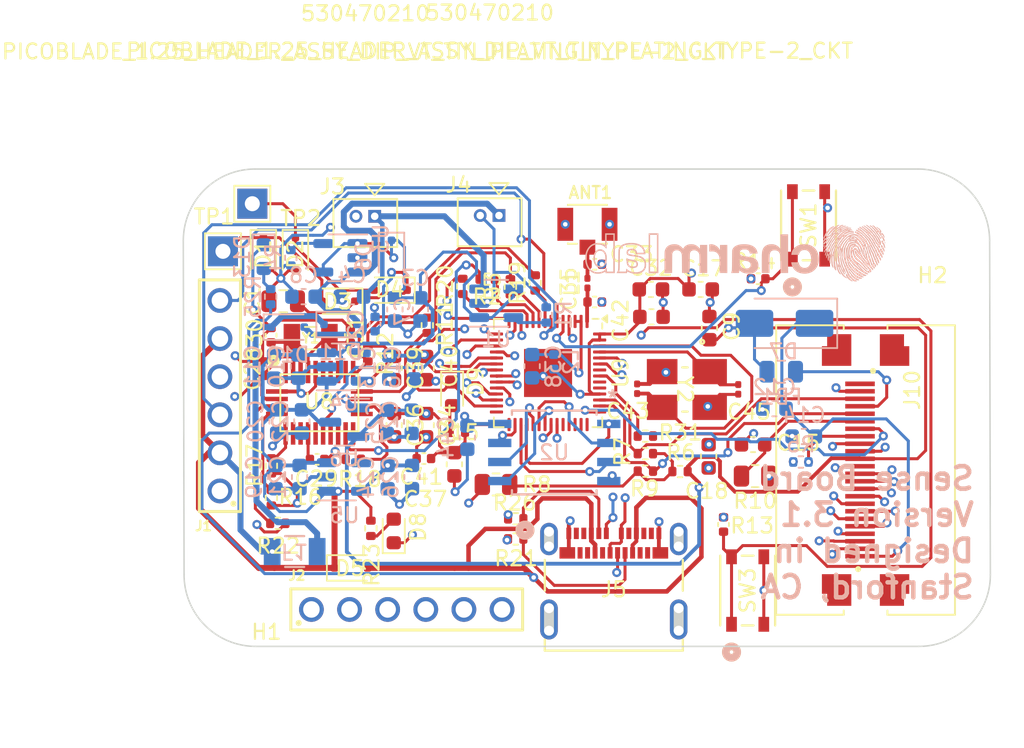
<source format=kicad_pcb>
(kicad_pcb (version 20240108) (generator "pcbnew") (generator_version "8.0")
  (layers (0 "F.Cu" signal) (1 "In1.Cu" signal) (2 "In2.Cu" signal) (3 "In3.Cu" signal) (4 "In4.Cu" signal) (31 "B.Cu" signal) (34 "B.Paste" user) (35 "F.Paste" user) (36 "B.SilkS" user "B.Silkscreen") (37 "F.SilkS" user "F.Silkscreen") (38 "B.Mask" user) (39 "F.Mask" user) (44 "Edge.Cuts" user))
  (net 0 "")
  (net 1 "GND")
  (net 2 "Net-(ANT1-PadSIG)")
  (net 3 "VCC")
  (net 4 "+2V8")
  (net 5 "VDC")
  (net 6 "Net-(D7-K)")
  (net 7 "+3.3V")
  (net 8 "CAM_RESET")
  (net 9 "+1V8")
  (net 10 "Net-(U8-CAP)")
  (net 11 "Net-(U8-XIN32)")
  (net 12 "Net-(U8-XOUT32)")
  (net 13 "Net-(U9-LNA_IN)")
  (net 14 "Net-(C38-Pad1)")
  (net 15 "Net-(U9-XTAL_P)")
  (net 16 "Net-(U9-XTAL_N)")
  (net 17 "Net-(D1-K)")
  (net 18 "Net-(D2-K)")
  (net 19 "+5V")
  (net 20 "IO21{slash}USER_LED")
  (net 21 "Net-(D9-A)")
  (net 22 "Net-(FB1-Pad2)")
  (net 23 "USB_DP")
  (net 24 "USB_DN")
  (net 26 "MTDO{slash}IO40{slash}CAM_SDA")
  (net 27 "MTCK{slash}IO39{slash}CAM_SCL")
  (net 28 "IO38{slash}DVP_VSYNC")
  (net 29 "Net-(J10-Pad8)")
  (net 30 "IO47{slash}DVP_HREF")
  (net 31 "IO48{slash}DVP_Y9")
  (net 32 "IO10{slash}XMCLK")
  (net 33 "IO11{slash}DVP_Y8")
  (net 34 "IO12{slash}DVP_Y7")
  (net 35 "IO13{slash}DVP_PCLK")
  (net 36 "IO14{slash}DVP_Y6")
  (net 37 "IO15{slash}DVP_Y2")
  (net 38 "IO16{slash}DVP_Y5")
  (net 39 "IO17{slash}DVP_Y3")
  (net 40 "IO18{slash}DVP_Y4")
  (net 43 "CHIP_EN")
  (net 44 "MTDI{slash}IO41{slash}PDM_DATA")
  (net 45 "MTMS{slash}IO42{slash}PDM_CLK")
  (net 46 "Net-(U1-PROG)")
  (net 47 "Net-(U3-PROG)")
  (net 48 "Net-(R6-Pad1)")
  (net 49 "+BATT1")
  (net 50 "+BATT2")
  (net 51 "Net-(U8-PS1)")
  (net 52 "Net-(U8-PS0)")
  (net 53 "Net-(U8-COM3)")
  (net 54 "BNO_SCL")
  (net 55 "BNO_SDA")
  (net 56 "GPIO37")
  (net 57 "GPIO36")
  (net 58 "BNO_INT")
  (net 59 "GPIO35")
  (net 60 "GPIO34")
  (net 61 "GPIO33")
  (net 62 "D3{slash}A3")
  (net 63 "D2{slash}A2")
  (net 64 "D1{slash}A1")
  (net 65 "D0{slash}A0")
  (net 66 "Net-(U9-U0TXD)")
  (net 67 "TX_D6")
  (net 68 "Net-(D10-K)")
  (net 69 "GPIO0")
  (net 70 "Net-(D8-A)")
  (net 74 "RX_D7")
  (net 75 "BNO_RST")
  (net 76 "D4{slash}I2C_SDA")
  (net 77 "D5{slash}I2C_SCL")
  (net 78 "D8{slash}A8{slash}SCK")
  (net 79 "D9{slash}A9{slash}MISO")
  (net 80 "D10{slash}A10{slash}MOSI")
  (net 82 "VDD_SPI")
  (net 83 "SPIHD")
  (net 84 "SPIWP")
  (net 85 "SPICS0")
  (net 86 "SPICLK")
  (net 87 "SPIQ")
  (net 88 "SPID")
  (net 89 "Net-(U8-NBOOT_LOAD_PIN)")
  (net 90 "GNDPWR")
  (net 91 "Net-(D13-A)")
  (net 99 "Net-(J5-PadB5)")
  (net 100 "Net-(J5-PadA5)")
  (net 104 "GPIO45")
  (net 105 "GPIO46")
  (footprint "Capacitor_SMD:C_0603_1608Metric" (layer "F.Cu") (at 138.2392 82.677)
    (property "Reference" "C32")
    (property "Value" "100nF")
  )
  (footprint "61300611121:61300611121" (layer "F.Cu") (at 121.9708 104.013)
    (property "Reference" "J2")
    (property "Value" "6130XX11121_61300611121")
    (property "VALUE" "61300611121" (hide yes))
  )
  (footprint "Capacitor_SMD:C_0201_0603Metric" (layer "F.Cu") (at 137.32 89.3 90)
    (property "Reference" "C43")
    (property "Value" "18pF")
  )
  (footprint "Capacitor_SMD:C_0402_1005Metric" (layer "F.Cu") (at 143.0782 98.3488 -90)
    (property "Reference" "R13")
    (property "Value" "10k")
  )
  (footprint "Capacitor_SMD:C_0603_1608Metric" (layer "F.Cu") (at 142.1384 85.2554 90)
    (property "Reference" "C9")
    (property "Value" "2.2uF")
  )
  (footprint "Capacitor_SMD:C_0402_1005Metric" (layer "F.Cu") (at 118.217 85.7504 90)
    (property "Reference" "C31")
    (property "Value" "22pF")
  )
  (footprint "Capacitor_SMD:C_0603_1608Metric" (layer "F.Cu") (at 123.2662 87.9196 -90)
    (property "Reference" "C40")
    (property "Value" "100nF")
  )
  (footprint "U.FL-R-SMT-1:U.FL-R-SMT-1" (layer "F.Cu") (at 134.01 78.335)
    (property "Reference" "ANT1")
    (property "Value" "U.FL-R-SMT-1")
  )
  (footprint "Capacitor_SMD:C_0603_1608Metric" (layer "F.Cu") (at 121.1326 87.9196 -90)
    (property "Reference" "C39")
    (property "Value" "2.2uF")
  )
  (footprint "Resistor_SMD:R_0402_1005Metric" (layer "F.Cu") (at 129.2332 99.314 180)
    (property "Reference" "R21")
    (property "Value" "5.1K")
  )
  (footprint "LED_SMD:LED_0603_1608Metric" (layer "F.Cu") (at 121.1072 98.7806 90)
    (property "Reference" "D8")
    (property "Value" "LED")
  )
  (footprint "Capacitor_SMD:C_0603_1608Metric" (layer "F.Cu") (at 125.1458 94.3356 -90)
    (property "Reference" "C37")
    (property "Value" "100nF")
  )
  (footprint "MountingHole:MountingHole_2.1mm" (layer "F.Cu") (at 110.6932 102.489)
    (property "Reference" "H1")
    (property "Value" "MountingHole")
  )
  (footprint "Resistor_SMD:R_0402_1005Metric" (layer "F.Cu") (at 140.1806 94.8182)
    (property "Reference" "R6")
    (property "Value" "0")
  )
  (footprint "F32R-1A7H1-11024:AMPHENOL_F32R-1A7H1-11024" (layer "F.Cu") (at 148.8375 94.7166 -90)
    (property "Reference" "J10")
    (property "Value" "F32R-1A7H1-11024")
  )
  (footprint "Capacitor_SMD:C_0201_0603Metric" (layer "F.Cu") (at 144.06 89.34 -90)
    (property "Reference" "C45")
    (property "Value" "18pF")
  )
  (footprint "Diode_SMD:D_SOD-323F" (layer "F.Cu") (at 114.554 80.3226 -90)
    (property "Reference" "D2")
    (property "Value" "PMEG6010CEJ")
  )
  (footprint "Resistor_SMD:R_0402_1005Metric" (layer "F.Cu") (at 128.8796 82.4992 90)
    (property "Reference" "R3")
    (property "Value" "0")
  )
  (footprint "Capacitor_SMD:C_0603_1608Metric" (layer "F.Cu") (at 138.2776 84.5058)
    (property "Reference" "C42")
    (property "Value" "100nF")
  )
  (footprint "Diode_SMD:D_SOD-323F" (layer "F.Cu") (at 117.4164 83.4644 180)
    (property "Reference" "D3")
    (property "Value" "PMEG6010CEJ")
  )
  (footprint "MountingHole:MountingHole_2.1mm" (layer "F.Cu") (at 157.1498 78.2828)
    (property "Reference" "H2")
    (property "Value" "MountingHole")
  )
  (footprint "Resistor_SMD:R_0402_1005Metric" (layer "F.Cu") (at 125.7046 82.4738 90)
    (property "Reference" "R20")
    (property "Value" "0")
  )
  (footprint "Resistor_SMD:R_0402_1005Metric" (layer "F.Cu") (at 137.8692 93.6244 180)
    (property "Reference" "R7")
    (property "Value" "4.7k")
  )
  (footprint "Resistor_SMD:R_0402_1005Metric" (layer "F.Cu") (at 129.2332 97.9678 180)
    (property "Reference" "R26")
    (property "Value" "5.1K")
  )
  (footprint "LED_SMD:LED_0603_1608Metric" (layer "F.Cu") (at 124.9934 89.6367 -90)
    (property "Reference" "D9")
    (property "Value" "LED")
  )
  (footprint "Capacitor_SMD:C_0402_1005Metric" (layer "F.Cu") (at 112.9338 85.7276 90)
    (property "Reference" "C30")
    (property "Value" "22pF")
  )
  (footprint "Resistor_SMD:R_0805_2012Metric" (layer "F.Cu") (at 127.92 95.68 180)
    (property "Reference" "R8")
    (property "Value" "0k")
  )
  (footprint "Capacitor_SMD:C_0402_1005Metric" (layer "F.Cu") (at 116.0018 94.0054)
    (property "Reference" "C29")
    (property "Value" "0.1uF")
  )
  (footprint "TestPoint:TestPoint_THTPad_2.0x2.0mm_Drill1.0mm" (layer "F.Cu") (at 109.728 80.137)
    (property "Reference" "TP1")
    (property "Value" "COIL1")
  )
  (footprint "53047-0210:CON_530470210_MOL" (layer "F.Cu") (at 119.8372 77.8002)
    (property "Reference" "J3")
    (property "Value" "530470210")
  )
  (footprint "Capacitor_SMD:C_0402_1005Metric" (layer "F.Cu") (at 123.1138 93.9546 180)
    (property "Reference" "C41")
    (property "Value" "10nF")
  )
  (footprint "Capacitor_SMD:C_0603_1608Metric" (layer "F.Cu") (at 121.1326 91.7296 -90)
    (property "Reference" "C36")
    (property "Value" "2.2uF")
  )
  (footprint "Resistor_SMD:R_0402_1005Metric" (layer "F.Cu") (at 113.3836 98.2726 180)
    (property "Reference" "R22")
    (property "Value" "0")
  )
  (footprint "Resistor_SMD:R_0402_1005Metric" (layer "F.Cu") (at 137.8712 92.456)
    (property "Reference" "R31")
    (property "Value" "499")
  )
  (footprint "1054500101:CONN_105450-0101_MOL" (layer "F.Cu") (at 135.77 102.68)
    (property "Reference" "J5")
    (property "Value" "1054500101")
    (fp_line (start -4.320002 -2.8654) (end -4.320002 -3.856) (stroke (width 0.6604)) (layer "Edge.Cuts"))
    (fp_line (start -4.320002 2.7486) (end -4.320002 1.25) (stroke (width 0.6604)) (layer "Edge.Cuts"))
    (fp_line (start 4.320002 -2.8654) (end 4.320002 -3.856) (stroke (width 0.6604)) (layer "Edge.Cuts"))
    (fp_line (start 4.320002 2.7486) (end 4.320002 1.25) (stroke (width 0.6604)) (layer "Edge.Cuts"))
  )
  (footprint "Capacitor_SMD:C_0603_1608Metric" (layer "F.Cu") (at 142.0876 93.8022 90)
    (property "Reference" "C18")
    (property "Value" "4.7uF")
  )
  (footprint "Resistor_SMD:R_0402_1005Metric" (layer "F.Cu") (at 137.8712 94.7928)
    (property "Reference" "R9")
    (property "Value" "4.7k")
  )
  (footprint "Resistor_SMD:R_0805_2012Metric" (layer "F.Cu") (at 145.1864 95.123 180)
    (property "Reference" "R10")
    (property "Value" "10k")
  )
  (footprint "53047-0210:CON_530470210_MOL" (layer "F.Cu") (at 128.1176 77.7494)
    (property "Reference" "J4")
    (property "Value" "530470210")
  )
  (footprint "Capacitor_SMD:C_0402_1005Metric" (layer "F.Cu") (at 145.3896 81.9658)
    (property "Reference" "R14")
    (property "Value" "10k")
  )
  (footprint "TestPoint:TestPoint_THTPad_2.0x2.0mm_Drill1.0mm" (layer "F.Cu") (at 111.6838 76.962)
    (property "Reference" "TP2")
    (property "Value" "COIL2")
  )
  (footprint "Resistor_SMD:R_0402_1005Metric" (layer "F.Cu") (at 118.4148 94.0054 180)
    (property "Reference" "R18")
    (property "Value" "10k")
  )
  (footprint "BNO055:LGA28R50P4X10_380X520X100" (layer "F.Cu") (at 116.1502 90.2312)
    (property "Reference" "U8")
    (property "Value" "BNO055")
  )
  (footprint "Inductor_SMD:L_0201_0603Metric" (layer "F.Cu") (at 134.01 82.26 90)
    (property "Reference" "L1")
    (property "Value" "2nH")
  )
  (footprint "Resistor_SMD:R_0402_1005Metric" (layer "F.Cu") (at 125.347 92.202)
    (property "Reference" "R15")
    (property "Value" "1k")
  )
  (footprint "Resistor_SMD:R_0402_1005Metric" (layer "F.Cu") (at 112.9538 96.5708 -90)
    (property "Reference" "R16")
    (property "Value" "10k")
  )
  (footprint "ABM8G_40_000MHZ_18_D2Y_T:CRYSTAL_ABM8G_ABR" (layer "F.Cu") (at 140.5088 89.3494 -90)
    (property "Reference" "Y2")
    (property "Value" "ABM8G-40.000MHZ-18-D2Y-T")
  )
  (footprint "Resistor_SMD:R_0402_1005Metric" (layer "F.Cu") (at 127.3302 81.9912 180)
    (property "Reference" "R2")
    (property "Value" "0")
  )
  (footprint "Diode_SMD:D_SOD-323F" (layer "F.Cu") (at 112.4204 80.3226 -90)
    (property "Reference" "D1")
    (property "Value" "PMEG6010CEJ")
  )
  (footprint "Capacitor_SMD:C_0402_1005Metric" (layer "F.Cu") (at 134.4956 83.5152)
    (property "Reference" "C35")
    (property "Value" "1.6pF")
  )
  (footprint "Resistor_SMD:R_0402_1005Metric" (layer "F.Cu") (at 119.5832 98.6048 90)
    (property "Reference" "R23")
    (property "Value" "1k")
  )
  (footprint "Capacitor_SMD:C_0603_1608Metric" (layer "F.Cu") (at 141.5542 82.677)
    (property "Reference" "C17")
    (property "Value" "100nF")
  )
  (footprint "Resistor_SMD:R_0402_1005Metric" (layer "F.Cu") (at 130.5306 82.2452 90)
    (property "Reference" "R19")
    (property "Value" "0")
  )
  (footprint "Diode_SMD:D_SOD-323F" (layer "F.Cu") (at 118.2624 101.2444)
    (property "Reference" "D5")
    (property "Value" "PMEG6010CEJ")
  )
  (footprint "Resistor_SMD:R_0402_1005Metric" (layer "F.Cu") (at 112.9538 94.4372 -90)
    (property "Reference" "R17")
    (property "Value" "10k")
  )
  (footprint "ABS07-32.768KHZ-7-T:XTAL_ABS07-32.768KHZ-7-T" (layer "F.Cu") (at 115.57 85.9282 180)
    (property "Reference" "Y1")
    (property "Value" "ABS07-32.768KHZ-7-T")
  )
  (footprint "Capacitor_SMD:C_0805_2012Metric" (layer "F.Cu") (at 113.7412 83.4644 180)
    (property "Reference" "C1")
    (property "Value" "6nF")
  )
  (footprint "PTS815:SW4_PTS815 SJM 250 SMTR LFS_CNK" (layer "F.Cu") (at 144.686599 102.753599 90)
    (property "Reference" "SW3")
    (property "Value" "PTS815 SJM 250 SMTR LFS")
  )
  (footprint "Capacitor_SMD:C_0402_1005Metric" (layer "F.Cu") (at 134.4956 81)
    (property "Reference" "C33")
    (property "Value" "1.6pF")
  )
  (footprint "Diode_SMD:D_SOD-323F" (layer "F.Cu") (at 120.8962 82.7278 180)
    (property "Reference" "D4")
    (property "Value" "PMEG6010CEJ")
  )
  (footprint "Resistor_SMD:R_0402_1005Metric" (layer "F.Cu") (at 119.38 86.9696 -90)
    (property "Reference" "R12")
    (property "Value" "10k")
  )
  (footprint "PTS815:SW4_PTS815 SJM 250 SMTR LFS_CNK" (layer "F.Cu") (at 148.7424 78.4098 90)
    (property "Reference" "SW1")
    (property "Value" "PTS815 SJM 250 SMTR LFS")
  )
  (footprint "Capacitor_SMD:C_0603_1608Metric" (layer "F.Cu") (at 123.2662 91.7296 -90)
    (property "Reference" "C34")
    (property "Value" "2.2uF")
  )
  (footprint "Resistor_SMD:R_0402_1005Metric" (layer "F.Cu") (at 123.3424 85.0666 -90)
    (property "Reference" "R11")
    (property "Value" "10k")
  )
  (footprint "Capacitor_SMD:C_0402_1005Metric" (layer "F.Cu") (at 112.4204 87.9602 90)
    (property "Reference" "C28")
    (property "Value" "0.1uF")
  )
  (footprint "Capacitor_SMD:C_0603_1608Metric" (layer "F.Cu") (at 145.047 93.0148 180)
    (property "Reference" "C15")
    (property "Value" "100nF")
  )
  (footprint "61300611121:61300611121" (layer "F.Cu") (at 109.5248 89.7636 90)
    (property "Reference" "J1")
    (property "Value" "6130XX11121_61300611121")
    (property "VALUE" "61300611121" (hide yes))
  )
  (footprint "Package_DFN_QFN:QFN-56-1EP_7x7mm_P0.4mm_EP3.2x3.2mm" (layer "F.Cu") (at 131.3875 88.2488 -90)
    (property "Reference" "U9")
    (property "Value" "ESP32-S3")
  )
  (footprint "Capacitor_SMD:C_0603_1608Metric" (layer "B.Cu") (at 122.4534 87.8688 -90)
    (property "Reference" "C16")
    (property "Value" "1uF")
  )
  (footprint "Capacitor_SMD:C_0603_1608Metric" (layer "B.Cu") (at 122.301 91.5038 -90)
    (property "Reference" "C27")
    (property "Value" "1uF")
  )
  (footprint "Capacitor_SMD:C_0603_1608Metric" (layer "B.Cu") (at 146.4694 90.6272 180)
    (property "Reference" "C12")
    (property "Value" "2.2uF")
  )
  (footprint "GD25Q64CSIGR:SOP8_208MIL_GDV" (layer "B.Cu") (at 131.8007 93.5482 180)
    (property "Reference" "U2")
    (property "Value" "GD25Q64CSIGR")
  )
  (footprint "Capacitor_SMD:C_0603_1608Metric" (layer "B.Cu") (at 121.1834 84.0108 -90)
    (property "Reference" "C7")
    (property "Value" "1uF")
  )
  (footprint "NANOSMDC110F-2:FUS_NANO_TYCO_TYC" (layer "B.Cu") (at 114.5032 100.1522)
    (property "Reference" "F1")
    (property "Value" "NANOSMDC110F-2")
  )
  (footprint "CharmLabLogo:Charm" (layer "B.Cu") (at 143.86 80.27 180)
    (property "Reference" "G***" (hide yes))
    (property "Value" "LOGO" (hide yes))
  )
  (footprint "Capacitor_SMD:C_0603_1608Metric" (layer "B.Cu") (at 120.7008 95.1868 -90)
    (property "Reference" "C24")
    (property "Value" "10uF")
  )
  (footprint "Capacitor_SMD:C_0603_1608Metric" (layer "B.Cu") (at 113.3348 91.4784 -90)
    (property "Reference" "C20")
    (property "Value" "10uF")
  )
  (footprint "Capacitor_SMD:C_0603_1608Metric" (layer "B.Cu") (at 114.8334 95.1868 -90)
    (property "Reference" "C21")
    (property "Value" "1uF")
  )
  (footprint "Capacitor_SMD:C_0805_2012Metric" (layer "B.Cu") (at 146.9238 88.1634)
    (property "Reference" "FB1")
    (property "Value" "120R-3A")
  )
  (footprint "Package_TO_SOT_SMD:SOT-23-5" (layer "B.Cu") (at 117.5512 80.5688 180)
    (property "Reference" "U3")
    (property "Value" "MCP73812T-420I-OT")
  )
  (footprint "Capacitor_SMD:C_0603_1608Metric" (layer "B.Cu") (at 113.1316 87.818 -90)
    (property "Reference" "C11")
    (property "Value" "1uF")
  )
  (footprint "Capacitor_SMD:C_0603_1608Metric" (layer "B.Cu") (at 115.0998 83.1596 180)
    (property "Reference" "C8")
    (property "Value" "1uF")
  )
  (footprint "Diode_SMD:D_SMA" (layer "B.Cu") (at 147.1422 84.9376 180)
    (property "Reference" "D7")
    (property "Value" "B140-E3")
  )
  (footprint "LED_SMD:LED_0603_1608Metric" (layer "B.Cu") (at 112.4458 80.4926 -90)
    (property "Reference" "D13")
    (property "Value" "LED")
  )
  (footprint "Resistor_SMD:R_0402_1005Metric" (layer "B.Cu") (at 112.903 83.1616 -90)
    (property "Reference" "R25")
    (property "Value" "1k")
  )
  (footprint "Inductor_SMD:L_0402_1005Metric" (layer "B.Cu") (at 131.7752 87.503 90)
    (property "Reference" "L2")
    (property "Value" "2nH")
  )
  (footprint "Capacitor_SMD:C_0603_1608Metric" (layer "B.Cu") (at 148.4246 92.4814 180)
    (property "Reference" "C14")
    (property "Value" "100nF")
  )
  (footprint "Package_TO_SOT_SMD:SOT-23-5" (layer "B.Cu") (at 117.7743 87.8434)
    (property "Reference" "U4")
    (property "Value" "MIC5504-3.3YM5")
  )
  (footprint "Capacitor_SMD:C_0603_1608Metric" (layer "B.Cu") (at 118.3256 83.1596 180)
    (property "Reference" "C4")
    (property "Value" "1uF")
  )
  (footprint "Capacitor_SMD:C_0603_1608Metric" (layer "B.Cu") (at 122.3264 95.1868 -90)
    (property "Reference" "C26")
    (property "Value" "1uF")
  )
  (footprint "Diode_SMD:D_SOD-323F" (layer "B.Cu") (at 117.559 85.0138)
    (property "Reference" "D11")
    (property "Value" "PMEG6010CEJ")
  )
  (footprint "Resistor_SMD:R_0402_1005Metric" (layer "B.Cu") (at 114.2492 80.5688 -90)
    (property "Reference" "R4")
    (property "Value" "2k")
  )
  (footprint "Resistor_SMD:R_0402_1005Metric" (layer "B.Cu") (at 148.2324 94.1832 180)
    (property "Reference" "R5")
    (property "Value" "10k")
  )
  (footprint "Package_TO_SOT_SMD:SOT-23" (layer "B.Cu") (at 117.8075 91.5264 180)
    (property "Reference" "U6")
    (property "Value" "MCP1700x-280xxTT")
  )
  (footprint "Capacitor_SMD:C_0603_1608Metric" (layer "B.Cu") (at 120.65 91.5038 -90)
    (property "Reference" "C25")
    (property "Value" "10uF")
  )
  (footprint "Capacitor_SMD:C_0402_1005Metric" (layer "B.Cu") (at 119.8626 84.9884 90)
    (property "Reference" "C2")
    (property "Value" "10uF")
  )
  (footprint "Capacitor_SMD:C_0603_1608Metric" (layer "B.Cu") (at 114.9858 91.4784 -90)
    (property "Reference" "C22")
    (property "Value" "1uF")
  )
  (footprint "Capacitor_SMD:C_0603_1608Metric" (layer "B.Cu") (at 130.3274 87.7954 -90)
    (property "Reference" "C38")
    (property "Value" "100nF")
  )
  (footprint "Diode_SMD:D_SOD-323F" (layer "B.Cu") (at 114.046 85.1916)
    (property "Reference" "D10")
    (property "Value" "PMEG6010CEJ")
  )
  (footprint "Capacitor_SMD:C_0603_1608Metric" (layer "B.Cu") (at 126.0094 92.5576 -90)
    (property "Reference" "C44")
    (property "Value" "100nF")
  )
  (footprint "Package_TO_SOT_SMD:SOT-23-5" (layer "B.Cu") (at 117.7853 95.184)
    (property "Reference" "U5")
    (property "Value" "MIC5504-1.8YM5")
  )
  (footprint "Capacitor_SMD:C_0603_1608Metric" (layer "B.Cu") (at 114.7572 87.8208 -90)
    (property "Reference" "C10")
    (property "Value" "10uF")
  )
  (footprint "Resistor_SMD:R_0402_1005Metric" (layer "B.Cu") (at 131.2672 84.3788 90)
    (property "Reference" "R1")
    (property "Value" "2k")
  )
  (footprint "Capacitor_SMD:C_0603_1608Metric" (layer "B.Cu") (at 122.8852 84.0108 -90)
    (property "Reference" "C3")
    (property "Value" "1uF")
  )
  (footprint "Capacitor_SMD:C_0603_1608Metric" (layer "B.Cu") (at 113.2332 95.1868 -90)
    (property "Reference" "C19")
    (property "Value" "10uF")
  )
  (footprint "Capacitor_SMD:C_0603_1608Metric" (layer "B.Cu") (at 120.8024 87.8716 -90)
    (property "Reference" "C13")
    (property "Value" "10uF")
  )
  (footprint "Diode_SMD:D_SOD-323F" (layer "B.Cu") (at 120.9548 80.5004 -90)
    (property "Reference" "D6")
    (property "Value" "PMEG6010CEJ")
  )
  (footprint "Package_TO_SOT_SMD:SOT-23-5" (layer "B.Cu") (at 127.9343 83.6016)
    (property "Reference" "U1")
    (property "Value" "MCP73812T-420I-OT")
  )
  (gr_line (start 107.0864 79.4258) (end 107.1372 101.7016) (stroke (width 0.1)) (layer "Edge.Cuts"))
  (gr_arc (start 156.0322 74.6506) (mid 159.408776 76.049224) (end 160.8074 79.4258) (stroke (width 0.1)) (layer "Edge.Cuts"))
  (gr_line (start 160.8074 79.4258) (end 160.8582 101.7016) (stroke (width 0.1)) (layer "Edge.Cuts"))
  (gr_line (start 111.8616 74.6506) (end 156.0322 74.6506) (stroke (width 0.1)) (layer "Edge.Cuts"))
  (gr_arc (start 160.8582 101.7016) (mid 159.459576 105.078176) (end 156.083 106.4768) (stroke (width 0.1)) (layer "Edge.Cuts"))
  (gr_line (start 111.9124 106.4768) (end 156.083 106.4768) (stroke (width 0.1)) (layer "Edge.Cuts"))
  (gr_arc (start 107.0864 79.4258) (mid 108.485024 76.049224) (end 111.8616 74.6506) (stroke (width 0.1)) (layer "Edge.Cuts"))
  (gr_arc (start 111.9124 106.4768) (mid 108.535824 105.078176) (end 107.1372 101.7016) (stroke (width 0.1)) (layer "Edge.Cuts"))
  (gr_text "Sense Board\nVersion 3.1\nDesigned in \nStanford, CA" (at 159.9184 103.4034 0) (layer "B.SilkS") (effects (font (size 1.5 1.5) (thickness 0.3) (bold yes)) (justify left bottom mirror)))
  (segment (start 145.761598 105.0036) (end 145.761598 102.752002) (width 0.2) (layer "F.Cu") (net 1))
  (segment (start 131.3875 88.2488) (end 131.3875 88.2463) (width 0.2) (layer "F.Cu") (net 1))
  (segment (start 111.749 84.0376) (end 111.749 84.0628) (width 0.2) (layer "F.Cu") (net 1))
  (segment (start 142.0876 93.0272) (end 142.091512 93.0272) (width 0.254) (layer "F.Cu") (net 1))
  (segment (start 149.817399 77.046399) (end 150.0124 77.2414) (width 0.2) (layer "F.Cu") (net 1))
  (segment (start 116.67321 94.0054) (end 116.4818 94.0054) (width 0.2) (layer "F.Cu") (net 1))
  (segment (start 150.8076 89.4666) (end 150.5712 89.2302) (width 0.2) (layer "F.Cu") (net 1))
  (segment (start 114.935 89.6112) (end 114.805 89.4812) (width 0.254) (layer "F.Cu") (net 1))
  (segment (start 150.6898 99.9666) (end 152.1715 99.9666) (width 0.2) (layer "F.Cu") (net 1))
  (segment (start 131.069477 88.457575) (end 131.278252 88.2488) (width 0.2) (layer "F.Cu") (net 1))
  (segment (start 122.6338 93.1646) (end 123.2662 92.5322) (width 0.2) (layer "F.Cu") (net 1))
  (segment (start 123.8146 88.6946) (end 123.91 88.79) (width 0.2) (layer "F.Cu") (net 1))
  (segment (start 134.9756 83.5152) (end 134.9752 83.5152) (width 0.254) (layer "F.Cu") (net 1))
  (segment (start 142.3292 83.4006) (end 142.1892 83.5406) (width 0.2) (layer "F.Cu") (net 1))
  (segment (start 139.0526 84.5058) (end 139.0526 83.553) (width 0.2) (layer "F.Cu") (net 1))
  (segment (start 121.1326 88.6946) (end 120.8504 88.6946) (width 0.2) (layer "F.Cu") (net 1))
  (segment (start 110.5408 87.0966) (end 110.9244 87.4802) (width 0.2) (layer "F.Cu") (net 1))
  (segment (start 145.761598 102.733998) (end 145.7706 102.743) (width 0.2) (layer "F.Cu") (net 1))
  (segment (start 149.817399 80.659801) (end 149.817399 77.436401) (width 0.2) (layer "F.Cu") (net 1))
  (segment (start 145.0848 92.2846) (end 145.0022 92.2846) (width 0.2) (layer "F.Cu") (net 1))
  (segment (start 142.0288 90.4769) (end 142.8285 89.6772) (width 0.2) (layer "F.Cu") (net 1))
  (segment (start 113.4556 84.7258) (end 112.9338 85.2476) (width 0.2) (layer "F.Cu") (net 1))
  (segment (start 112.3714 85.81) (end 112.3714 87.4312) (width 0.2) (layer "F.Cu") (net 1))
  (segment (start 138.77 100.140301) (end 138.87 100.240301) (width 0.254) (layer "F.Cu") (net 1))
  (segment (start 138.77 98.940299) (end 138.77 100.140301) (width 0.254) (layer "F.Cu") (net 1))
  (segment (start 134.9756 80.9956) (end 134.97 80.99) (width 0.254) (layer "F.Cu") (net 1))
  (segment (start 121.8183 99.5681) (end 122.3518 99.0346) (width 0.2) (layer "F.Cu") (net 1))
  (segment (start 142.091512 93.0272) (end 142.111489 93.007223) (width 0.254) (layer "F.Cu") (net 1))
  (segment (start 131.3875 88.2463) (end 131.3942 88.2396) (width 0.2) (layer "F.Cu") (net 1))
  (segment (start 139.0142 83.4898) (end 139.065 83.5406) (width 0.2) (layer "F.Cu") (net 1))
  (segment (start 142.8285 89.6772) (end 144.0428 89.6772) (width 0.2) (layer "F.Cu") (net 1))
  (segment (start 132.535 78.335) (end 132.535 78.315) (width 0.254) (layer "F.Cu") (net 1))
  (segment (start 120.8504 88.6946) (end 120.8024 88.6466) (width 0.2) (layer "F.Cu") (net 1))
  (segment (start 134.9756 81) (end 134.9756 80.9956) (width 0.254) (layer "F.Cu") (net 1))
  (segment (start 128.652394 99.384806) (end 128.7232 99.314) (width 0.2) (layer "F.Cu") (net 1))
  (segment (start 110.9244 87.4802) (end 112.4204 87.4802) (width 0.2) (layer "F.Cu") (net 1))
  (segment (start 125.1458 96.1136) (end 125.1966 96.1644) (width 0.2) (layer "F.Cu") (net 1))
  (segment (start 121.1072 99.5681) (end 121.8183 99.5681) (width 0.2) (layer "F.Cu") (net 1))
  (segment (start 149.817399 76.159799) (end 149.817399 77.046399) (width 0.2) (layer "F.Cu") (net 1))
  (segment (start 150.32 100.3364) (end 150.6898 99.9666) (width 0.2) (layer "F.Cu") (net 1))
  (segment (start 128.7232 97.9678) (end 128.7232 97.6968) (width 0.2) (layer "F.Cu") (net 1))
  (segment (start 153.990411 95.9666) (end 152.1715 95.9666) (width 0.2) (layer "F.Cu") (net 1))
  (segment (start 139.0142 82.677) (end 139.0142 83.4898) (width 0.2) (layer "F.Cu") (net 1))
  (segment (start 117.889684 89.981291) (end 117.889775 89.9812) (width 0.2) (layer "F.Cu") (net 1))
  (segment (start 115.9002 89.1312) (end 115.9002 88.1842) (width 0.2) (layer "F.Cu") (net 1))
  (segment (start 117.6724 84.7258) (end 118.217 85.2704) (width 0.2) (layer "F.Cu") (net 1))
  (segment (start 132.77 98.940299) (end 132.77 98.19) (width 0.254) (layer "F.Cu") (net 1))
  (segment (start 152.1715 89.4666) (end 150.8076 89.4666) (width 0.2) (layer "F.Cu") (net 1))
  (segment (start 112.9538 94.9472) (end 113.5654 94.9472) (width 0.2) (layer "F.Cu") (net 1))
  (segment (start 111.749 84.0628) (end 112.9338 85.2476) (width 0.2) (layer "F.Cu") (net 1))
  (segment (start 115.4202 89.6112) (end 115.9002 89.1312) (width 0.2) (layer "F.Cu") (net 1))
  (segment (start 112.9538 97.0808) (end 114.5266 97.0808) (width 0.2) (layer "F.Cu") (net 1))
  (segment (start 114.5266 97.0808) (end 114.681 96.9264) (width 0.2) (layer "F.Cu") (net 1))
  (segment (start 144.0428 89.6772) (end 144.06 89.66) (width 0.2) (layer "F.Cu") (net 1))
  (segment (start 123.2662 88.6946) (end 123.8146 88.6946) (width 0.2) (layer "F.Cu") (net 1))
  (segment (start 114.805 89.4812) (end 113.3222 89.4812) (width 0.254) (layer "F.Cu") (net 1))
  (segment (start 117.201071 93.477539) (end 116.67321 94.0054) (width 0.2) (layer "F.Cu") (net 1))
  (segment (start 135.49 78.34) (end 135.485 78.335) (width 0.254) (layer "F.Cu") (net 1))
  (segment (start 142.1384 83.5914) (end 142.1892 83.5406) (width 0.2) (layer "F.Cu") (net 1))
  (segment (start 128.7232 97.6968) (end 128.73 97.69) (width 0.2) (layer "F.Cu") (net 1))
  (segment (start 132.77 98.940299) (end 132.77 100.140301) (width 0.254) (layer "F.Cu") (net 1))
  (segment (start 114.681 96.0628) (end 114.681 96.9264) (width 0.2) (layer "F.Cu") (net 1))
  (segment (start 142.1384 84.4804) (end 142.1384 83.5914) (width 0.2) (layer "F.Cu") (net 1))
  (segment (start 142.3292 82.677) (end 142.3292 83.4006) (width 0.2) (layer "F.Cu") (net 1))
  (segment (start 138.78 98.930299) (end 138.77 98.940299) (width 0.2) (layer "F.Cu") (net 1))
  (segment (start 131.278252 88.2488) (end 131.3875 88.2488) (width 0.2) (layer "F.Cu") (net 1))
  (segment (start 145.0022 92.2846) (end 144.272 93.0148) (width 0.2) (layer "F.Cu") (net 1))
  (segment (start 117.6724 84.7258) (end 113.4556 84.7258) (width 0.2) (layer "F.Cu") (net 1))
  (segment (start 138.1672 88.98) (end 138.9888 88.1584) (width 0.254) (layer "F.Cu") (net 1))
  (segment (start 117.889775 89.9812) (end 118.9782 89.9812) (width 0.2) (layer "F.Cu") (net 1))
  (segment (start 125.1458 95.1106) (end 125.1458 96.1136) (width 0.2) (layer "F.Cu") (net 1))
  (segment (start 138.78 98.16) (end 138.78 98.930299) (width 0.2) (layer "F.Cu") (net 1))
  (segment (start 154.263252 96.239441) (end 153.990411 95.9666) (width 0.2) (layer "F.Cu") (net 1))
  (segment (start 145.761598 102.752002) (end 145.7706 102.743) (width 0.2) (layer "F.Cu") (net 1))
  (segment (start 113.5654 94.9472) (end 114.681 96.0628) (width 0.2) (layer "F.Cu") (net 1))
  (segment (start 122.6338 93.9546) (end 122.6338 93.1646) (width 0.2) (layer "F.Cu") (net 1))
  (segment (start 117.201071 93.477539) (end 117.728932 94.0054) (width 0.2) (layer "F.Cu") (net 1))
  (segment (start 132.77 98.19) (end 132.86 98.1) (width 0.254) (layer "F.Cu") (net 1))
  (segment (start 112.3714 85.81) (end 112.9338 85.2476) (width 0.2) (layer "F.Cu") (net 1))
  (segment (start 128.7232 97.9678) (end 128.6002 97.9678) (width 0.2) (layer "F.Cu") (net 1))
  (segment (start 132.77 100.140301) (end 132.67 100.240301) (width 0.254) (layer "F.Cu") (net 1))
  (segment (start 149.817399 77.436401) (end 150.0124 77.2414) (width 0.2) (layer "F.Cu") (net 1))
  (segment (start 123.2662 92.5046) (end 123.2662 92.5322) (width 0.2) (layer "F.Cu") (net 1))
  (segment (start 117.728932 94.0054) (end 117.9048 94.0054) (width 0.2) (layer "F.Cu") (net 1))
  (segment (start 134.9752 83.5152) (end 134.97 83.51) (width 0.254) (layer "F.Cu") (net 1))
  (segment (start 139.0526 83.553) (end 139.065 83.5406) (width 0.2) (layer "F.Cu") (net 1))
  (segment (start 137.32 88.98) (end 138.1672 88.98) (width 0.254) (layer "F.Cu") (net 1))
  (segment (start 112.3714 87.4312) (end 112.4204 87.4802) (width 0.2) (layer "F.Cu") (net 1))
  (segment (start 114.935 89.6112) (end 115.4202 89.6112) (width 0.2) (layer "F.Cu") (net 1))
  (segment (start 145.761598 100.503598) (end 145.761598 102.733998) (width 0.2) (layer "F.Cu") (net 1))
  (via (at 147.7264 94.1578) (size 0.6) (drill 0.3) (layers "F.Cu" "B.Cu") (net 1))
  (via (at 114.935 89.6112) (size 0.6) (drill 0.3) (layers "F.Cu" "B.Cu") (net 1))
  (via (at 121.1326 92.5046) (size 0.6) (drill 0.3) (layers "F.Cu" "B.Cu") (net 1))
  (via (at 142.111489 93.007223) (size 0.6) (drill 0.3) (layers "F.Cu" "B.Cu") (net 1))
  (via (at 121.4882 97.0026) (size 0.6) (drill 0.3) (layers "F.Cu" "B.Cu") (net 1))
  (via (at 145.669 90.678) (size 0.6) (drill 0.3) (layers "F.Cu" "B.Cu") (net 1))
  (via (at 154.263252 96.239441) (size 0.6) (drill 0.3) (layers "F.Cu" "B.Cu") (net 1))
  (via (at 132.86 98.1) (size 0.6) (drill 0.3) (layers "F.Cu" "B.Cu") (net 1))
  (via (at 123.91 88.79) (size 0.6) (drill 0.3) (layers "F.Cu" "B.Cu") (net 1))
  (via (at 120.8024 88.6466) (size 0.6) (drill 0.3) (layers "F.Cu" "B.Cu") (net 1))
  (via (at 110.5408 87.0966) (size 0.6) (drill 0.3) (layers "F.Cu" "B.Cu") (net 1))
  (via (at 150.32 100.3364) (size 0.6) (drill 0.3) (layers "F.Cu" "B.Cu") (net 1))
  (via (at 138.78 98.16) (size 0.6) (drill 0.3) (layers "F.Cu" "B.Cu") (net 1))
  (via (at 145.0848 92.2846) (size 0.6) (drill 0.3) (layers "F.Cu" "B.Cu") (net 1))
  (via (at 150.5712 89.2302) (size 0.6) (drill 0.3) (layers "F.Cu" "B.Cu") (net 1))
  (via (at 113.03 93.1164) (size 0.6) (drill 0.3) (layers "F.Cu" "B.Cu") (net 1))
  (via (at 128.73 97.69) (size 0.6) (drill 0.3) (layers "F.Cu" "B.Cu") (net 1))
  (via (at 142.0288 90.4769) (size 0.6) (drill 0.3) (layers "F.Cu" "B.Cu") (net 1))
  (via (at 147.6502 92.456) (size 0.6) (drill 0.3) (layers "F.Cu" "B.Cu") (net 1))
  (via (at 117.889684 89.981291) (size 0.6) (drill 0.3) (layers "F.Cu" "B.Cu") (net 1))
  (via (at 123.2662 92.5322) (size 0.6) (drill 0.3) (layers "F.Cu" "B.Cu") (net 1))
  (via (at 131.069477 88.457575) (size 0.6) (drill 0.3) (layers "F.Cu" "B.Cu") (net 1))
  (via (at 111.749 84.0376) (size 0.6) (drill 0.3) (layers "F.Cu" "B.Cu") (net 1))
  (via (at 139.2388 88.2064) (size 0.6) (drill 0.3) (layers "F.Cu" "B.Cu") (net 1))
  (via (at 122.047 85.6488) (size 0.6) (drill 0.3) (layers "F.Cu" "B.Cu") (net 1))
  (via (at 128.652394 99.384806) (size 0.6) (drill 0.3) (layers "F.Cu" "B.Cu") (net 1))
  (via (at 135.485 78.335) (size 0.6) (drill 0.3) (layers "F.Cu" "B.Cu") (net 1))
  (via (at 132.535 78.335) (size 0.6) (drill 0.3) (layers "F.Cu" "B.Cu") (net 1))
  (via (at 134.97 80.99) (size 0.6) (drill 0.3) (layers "F.Cu" "B.Cu") (net 1))
  (via (at 134.97 83.51) (size 0.6) (drill 0.3) (layers "F.Cu" "B.Cu") (net 1))
  (via (at 114.681 96.9264) (size 0.6) (drill 0.3) (layers "F.Cu" "B.Cu") (net 1))
  (via (at 125.1966 96.1644) (size 0.6) (drill 0.3) (layers "F.Cu" "B.Cu") (net 1))
  (via (at 122.3518 99.0346) (size 0.6) (drill 0.3) (layers "F.Cu" "B.Cu") (net 1))
  (via (at 135.6614 95.0976) (size 0.6) (drill 0.3) (layers "F.Cu" "B.Cu") (net 1))
  (via (at 139.065 83.5406) (size 0.6) (drill 0.3) (layers "F.Cu" "B.Cu") (net 1))
  (via (at 117.201071 93.477539) (size 0.6) (drill 0.3) (layers "F.Cu" "B.Cu") (net 1))
  (via (at 145.7706 102.743) (size 0.6) (drill 0.3) (layers "F.Cu" "B.Cu") (net 1))
  (via (at 121.943122 89.829707) (size 0.6) (drill 0.3) (layers "F.Cu" "B.Cu") (net 1))
  (via (at 142.1892 83.5406) (size 0.6) (drill 0.3) (layers "F.Cu" "B.Cu") (net 1))
  (via (at 150.0124 77.2414) (size 0.6) (drill 0.3) (layers "F.Cu" "B.Cu") (net 1))
  (segment (start 122.047 85.6488) (end 122.047 85.624) (width 0.2) (layer "B.Cu") (net 1))
  (segment (start 122.0752 92.5046) (end 122.301 92.2788) (width 0.254) (layer "B.Cu") (net 1))
  (segment (start 112.4458 79.7051) (end 111.7184 80.4325) (width 0.2) (layer "B.Cu") (net 1))
  (segment (start 126.0094 93.3326) (end 126.0094 95.3516) (width 0.2) (layer "B.Cu") (net 1))
  (segment (start 111.7184 80.4325) (end 111.7184 84.007) (width 0.2) (layer "B.Cu") (net 1))
  (segment (start 121.1326 92.5046) (end 122.0752 92.5046) (width 0.254) (layer "B.Cu") (net 1))
  (segment (start 120.8024 88.688985) (end 120.8024 88.6466) (width 0.254) (layer "B.Cu") (net 1))
  (segment (start 113.893 92.2534) (end 113.03 93.1164) (width 0.254) (layer "B.Cu") (net 1))
  (segment (start 122.047 85.6488) (end 122.0464 85.6488) (width 0.2) (layer "B.Cu") (net 1))
  (segment (start 122.3264 96.1644) (end 121.4882 97.0026) (width 0.254) (layer "B.Cu") (net 1))
  (segment (start 114.8334 96.774) (end 114.681 96.9264) (width 0.254) (layer "B.Cu") (net 1))
  (segment (start 126.0094 95.3516) (end 125.1966 96.1644) (width 0.2) (layer "B.Cu") (net 1))
  (segment (start 147.6496 92.4566) (end 147.6502 92.456) (width 0.2) (layer "B.Cu") (net 1))
  (segment (start 130.956652 88.5704) (end 130.3274 88.5704) (width 0.2) (layer "B.Cu") (net 1))
  (segment (start 115.6112 95.184) (end 114.8334 95.9618) (width 0.254) (layer "B.Cu") (net 1))
  (segment (start 122.0464 85.6488) (end 121.1834 84.7858) (width 0.2) (layer "B.Cu") (net 1))
  (segment (start 115.5096 87.8434) (end 114.7572 88.5958) (width 0.254) (layer "B.Cu") (net 1))
  (segment (start 147.7224 94.1618) (end 147.7264 94.1578) (width 0.2) (layer "B.Cu") (net 1))
  (segment (start 120.7008 96.2152) (end 121.4882 97.0026) (width 0.254) (layer "B.Cu") (net 1))
  (segment (start 116.6368 87.8434) (end 115.5096 87.8434) (width 0.254) (layer "B.Cu") (net 1))
  (segment (start 113.2332 95.9618) (end 114.8334 95.9618) (width 0.254) (layer "B.Cu") (net 1))
  (segment (start 145.6944 90.6272) (end 145.6944 90.6526) (width 0.2) (layer "B.Cu") (net 1))
  (segment (start 147.6496 92.4814) (end 147.6496 92.4566) (width 0.2) (layer "B.Cu") (net 1))
  (segment (start 114.7572 89.4334) (end 114.7572 88.5958) (width 0.254) (layer "B.Cu") (net 1))
  (segment (start 122.047 85.624) (end 122.8852 84.7858) (width 0.2) (layer "B.Cu") (net 1))
  (segment (start 114.7544 88.593) (end 114.7572 88.5958) (width 0.254) (layer "B.Cu") (net 1))
  (segment (start 111.7184 84.007) (end 111.749 84.0376) (width 0.2) (layer "B.Cu") (net 1))
  (segment (start 120.9068 92.2788) (end 120.65 92.2788) (width 0.254) (layer "B.Cu") (net 1))
  (segment (start 121.1326 92.5046) (end 120.9068 92.2788) (width 0.254) (layer "B.Cu") (net 1))
  (segment (start 118.484793 90.5764) (end 118.745 90.5764) (width 0.254) (layer "B.Cu") (net 1))
  (segment (start 135.4329 95.4532) (end 135.4329 95.3261) (width 0.2) (layer "B.Cu") (net 1))
  (segment (start 120.7008 95.9618) (end 120.7008 96.2152) (width 0.254) (layer "B.Cu") (net 1))
  (segment (start 131.069477 88.457575) (end 130.956652 88.5704) (width 0.2) (layer "B.Cu") (net 1))
  (segment (start 114.935 89.6112) (end 114.7572 89.4334) (width 0.254) (layer "B.Cu") (net 1))
  (segment (start 116.6478 95.184) (end 115.6112 95.184) (width 0.254) (layer "B.Cu") (net 1))
  (segment (start 122.3264 95.9618) (end 122.3264 96.1644) (width 0.254) (layer "B.Cu") (net 1))
  (segment (start 117.889684 89.981291) (end 118.484793 90.5764) (width 0.254) (layer "B.Cu") (net 1))
  (segment (start 114.9858 92.2534) (end 113.893 92.2534) (width 0.254) (layer "B.Cu") (net 1))
  (segment (start 122.4534 89.319429) (end 122.4534 88.6438) (width 0.254) (layer "B.Cu") (net 1))
  (segment (start 135.4329 95.3261) (end 135.6614 95.0976) (width 0.2) (layer "B.Cu") (net 1))
  (segment (start 113.1316 88.593) (end 114.7544 88.593) (width 0.254) (layer "B.Cu") (net 1))
  (segment (start 147.7224 94.1832) (end 147.7224 94.1618) (width 0.2) (layer "B.Cu") (net 1))
  (segment (start 145.6944 90.6526) (end 145.669 90.678) (width 0.2) (layer "B.Cu") (net 1))
  (segment (start 121.943122 89.829707) (end 122.4534 89.319429) (width 0.254) (layer "B.Cu") (net 1))
  (segment (start 114.8334 95.9618) (end 114.8334 96.774) (width 0.254) (layer "B.Cu") (net 1))
  (segment (start 134.0156 81.9344) (end 134.01 81.94) (width 0.254) (layer "F.Cu") (net 2))
  (segment (start 134.01 79.86) (end 134.01 80.9944) (width 0.254) (layer "F.Cu") (net 2))
  (segment (start 134.0156 81) (end 134.0156 81.9344) (width 0.254) (layer "F.Cu") (net 2))
  (segment (start 134.01 80.9944) (end 134.0156 81) (width 0.254) (layer "F.Cu") (net 2))
  (segment (start 120.080988 83.2302) (end 120.380188 82.931) (width 0.2) (layer "F.Cu") (net 3))
  (segment (start 114.6912 83.4644) (end 115.4532 84.2264) (width 0.2) (layer "F.Cu") (net 3))
  (segment (start 121.9962 81.8662) (end 121.6688 81.5388) (width 0.2) (layer "F.Cu") (net 3))
  (segment (start 118.5164 83.4644) (end 118.7506 83.2302) (width 0.2) (layer "F.Cu") (net 3))
  (segment (start 115.4532 84.2264) (end 117.7544 84.2264) (width 0.2) (layer "F.Cu") (net 3))
  (segment (start 117.7544 84.2264) (end 118.5164 83.4644) (width 0.2) (layer "F.Cu") (net 3))
  (segment (start 118.7506 83.2302) (end 120.080988 83.2302) (width 0.2) (layer "F.Cu") (net 3))
  (segment (start 120.380188 82.931) (end 121.793 82.931) (width 0.2) (layer "F.Cu") (net 3))
  (segment (start 121.793 82.931) (end 121.9962 82.7278) (width 0.2) (layer "F.Cu") (net 3))
  (segment (start 121.6688 81.5388) (end 120.9548 81.5388) (width 0.2) (layer "F.Cu") (net 3))
  (segment (start 121.9962 82.7278) (end 121.9962 81.8662) (width 0.2) (layer "F.Cu") (net 3))
  (via (at 120.9548 81.5388) (size 0.6) (drill 0.3) (layers "F.Cu" "B.Cu") (net 3))
  (segment (start 120.9548 81.9658) (end 120.425 82.4956) (width 0.2) (layer "B.Cu") (net 3))
  (segment (start 120.425 82.4956) (end 120.425 84.906) (width 0.2) (layer "B.Cu") (net 3))
  (segment (start 120.9548 81.6004) (end 120.9548 81.9658) (width 0.2) (layer "B.Cu") (net 3))
  (segment (start 120.9048 81.5504) (end 120.9548 81.6004) (width 0.2) (layer "B.Cu") (net 3))
  (segment (start 120.425 84.906) (end 119.8626 85.4684) (width 0.2) (layer "B.Cu") (net 3))
  (segment (start 120.9548 81.6004) (end 120.9548 81.5388) (width 0.2) (layer "B.Cu") (net 3))
  (segment (start 156.0576 85.2424) (end 143.4084 85.2424) (width 0.2) (layer "F.Cu") (net 4))
  (segment (start 156.5434 93.418) (end 156.5434 85.7282) (width 0.2) (layer "F.Cu") (net 4))
  (segment (start 152.1715 93.9666) (end 155.9948 93.9666) (width 0.2) (layer "F.Cu") (net 4))
  (segment (start 142.1384 86.0304) (end 142.6204 86.0304) (width 0.2) (layer "F.Cu") (net 4))
  (segment (start 155.9948 93.9666) (end 156.5434 93.418) (width 0.2) (layer "F.Cu") (net 4))
  (segment (start 141.4526 95.5802) (end 140.6906 94.8182) (width 0.254) (layer "F.Cu") (net 4))
  (segment (start 140.6906 94.498201) (end 141.341001 93.8478) (width 0.254) (layer "F.Cu") (net 4))
  (segment (start 156.5434 85.7282) (end 156.0576 85.2424) (width 0.2) (layer "F.Cu") (net 4))
  (segment (start 141.341001 93.8478) (end 142.552764 93.8478) (width 0.254) (layer "F.Cu") (net 4))
  (segment (start 140.6906 94.8182) (end 140.6906 94.498201) (width 0.254) (layer "F.Cu") (net 4))
  (segment (start 148.030093 96.1644) (end 150.259693 93.9348) (width 0.254) (layer "F.Cu") (net 4))
  (segment (start 150.259693 93.9348) (end 152.1397 93.9348) (width 0.254) (layer "F.Cu") (net 4))
  (segment (start 142.552764 93.8478) (end 142.842 94.137036) (width 0.254) (layer "F.Cu") (net 4))
  (segment (start 142.6204 86.0304) (end 143.4084 85.2424) (width 0.2) (layer "F.Cu") (net 4))
  (segment (start 143.8402 96.1644) (end 148.030093 96.1644) (width 0.254) (layer "F.Cu") (net 4))
  (segment (start 142.842 94.137036) (end 142.842 95.1662) (width 0.254) (layer "F.Cu") (net 4))
  (segment (start 142.842 95.1662) (end 143.8402 96.1644) (width 0.254) (layer "F.Cu") (net 4))
  (segment (start 152.1397 93.9348) (end 152.1715 93.9666) (width 0.254) (layer "F.Cu") (net 4))
  (segment (start 141.4526 95.885) (end 141.4526 95.5802) (width 0.254) (layer "F.Cu") (net 4))
  (via (at 143.4084 85.2424) (size 0.6) (drill 0.3) (layers "F.Cu" "B.Cu") (net 4))
  (via (at 141.4526 95.885) (size 0.6) (drill 0.3) (layers "F.Cu" "B.Cu") (net 4))
  (segment (start 118.7704 100.965) (end 140.1826 100.965) (width 0.254) (layer "B.Cu") (net 4))
  (segment (start 145.1422 87.3318) (end 145.9738 88.1634) (width 0.2) (layer "B.Cu") (net 4))
  (segment (start 145.1422 84.9376) (end 145.1422 87.3318) (width 0.2) (layer "B.Cu") (net 4))
  (segment (start 120.4926 90.7288) (end 120.65 90.7288) (width 0.254) (layer "B.Cu") (net 4))
  (segment (start 144.8374 85.2424) (end 145.1422 84.9376) (width 0.2) (layer "B.Cu") (net 4))
  (segment (start 117.9809 93.2405) (end 117.9809 100.1755) (width 0.254) (layer "B.Cu") (net 4))
  (segment (start 118.745 92.4764) (end 117.9809 93.2405) (width 0.254) (layer "B.Cu") (net 4))
  (segment (start 117.9809 100.1755) (end 118.7704 100.965) (width 0.254) (layer "B.Cu") (net 4))
  (segment (start 118.745 92.4764) (end 120.4926 90.7288) (width 0.254) (layer "B.Cu") (net 4))
  (segment (start 141.4526 99.695) (end 141.4526 95.885) (width 0.254) (layer "B.Cu") (net 4))
  (segment (start 140.1826 100.965) (end 141.4526 99.695) (width 0.254) (layer "B.Cu") (net 4))
  (segment (start 143.4084 85.2424) (end 144.8374 85.2424) (width 0.2) (layer "B.Cu") (net 4))
  (segment (start 122.301 90.7288) (end 120.65 90.7288) (width 0.2) (layer "B.Cu") (net 4))
  (segment (start 121.1072 80.5688) (end 120.1572 79.6188) (width 0.2) (layer "F.Cu") (net 5))
  (segment (start 113.157 101.2444) (end 112.1156 101.2444) (width 0.4) (layer "F.Cu") (net 5))
  (segment (start 108.3474 92.3962) (end 108.3474 87.131) (width 0.4) (layer "F.Cu") (net 5))
  (segment (start 119.5832 97.2058) (end 119.5832 98.0948) (width 0.2) (layer "F.Cu") (net 5))
  (segment (start 108.7882 93.5736) (end 109.5248 93.5736) (width 0.4) (layer "F.Cu") (net 5))
  (segment (start 112.1156 101.2444) (end 108.1278 97.2566) (width 0.4) (layer "F.Cu") (net 5))
  (segment (start 113.157 101.2444) (end 113.157 100.3046) (width 0.4) (layer "F.Cu") (net 5))
  (segment (start 117.3967 96.139) (end 118.5164 96.139) (width 0.2) (layer "F.Cu") (net 5))
  (segment (start 113.157 100.3046) (end 113.0046 100.1522) (width 0.4) (layer "F.Cu") (net 5))
  (segment (start 108.1278 94.234) (end 108.7882 93.5736) (width 0.4) (layer "F.Cu") (net 5))
  (segment (start 118.5164 96.139) (end 119.5832 97.2058) (width 0.2) (layer "F.Cu") (net 5))
  (segment (start 117.1624 101.2444) (end 117.1624 96.3733) (width 0.4) (layer "F.Cu") (net 5))
  (segment (start 108.3474 87.131) (end 109.5248 85.9536) (width 0.4) (layer "F.Cu") (net 5))
  (segment (start 117.1624 96.3733) (end 117.3967 96.139) (width 0.4) (layer "F.Cu") (net 5))
  (segment (start 117.1624 101.2444) (end 113.157 101.2444) (width 0.4) (layer "F.Cu") (net 5))
  (segment (start 109.5248 93.5736) (end 108.3474 92.3962) (width 0.4) (layer "F.Cu") (net 5))
  (segment (start 108.1278 97.2566) (end 108.1278 94.234) (width 0.4) (layer "F.Cu") (net 5))
  (segment (start 120.1572 79.6188) (end 118.6887 79.6188) (width 0.2) (layer "F.Cu") (net 5))
  (via (at 117.3967 96.139) (size 0.6) (drill 0.3) (layers "F.Cu" "B.Cu") (net 5))
  (via (at 113.0046 100.1522) (size 0.6) (drill 0.3) (layers "F.Cu" "B.Cu") (net 5))
  (via (at 121.1072 80.5688) (size 0.6) (drill 0.3) (layers "F.Cu" "B.Cu") (net 5))
  (via (at 118.6887 79.6188) (size 0.6) (drill 0.3) (layers "F.Cu" "B.Cu") (net 5))
  (segment (start 115.2982 97.4836) (end 113.511 97.4836) (width 0.2) (layer "B.Cu") (net 5))
  (segment (start 116.6478 96.134) (end 117.3917 96.134) (width 0.2) (layer "B.Cu") (net 5))
  (segment (start 117.299299 88.7934) (end 117.602 88.490699) (width 0.254) (layer "B.Cu") (net 5))
  (segment (start 117.8154 79.6188) (end 118.6887 79.6188) (width 0.2) (layer "B.Cu") (net 5))
  (segment (start 116.6368 89.7636) (end 116.6368 88.7934) (width 0.254) (layer "B.Cu") (net 5))
  (segment (start 117.3917 96.134) (end 117.3967 96.139) (width 0.2) (layer "B.Cu") (net 5))
  (segment (start 114.9858 90.7034) (end 115.316 90.7034) (width 0.254) (layer "B.Cu") (net 5))
  (segment (start 116.4137 81.5188) (end 116.4137 81.0205) (width 0.2) (layer "B.Cu") (net 5))
  (segment (start 113.3348 90.7034) (end 114.9858 90.7034) (width 0.254) (layer "B.Cu") (net 5))
  (segment (start 109.5248 93.5736) (end 110.8964 94.9452) (width 0.4) (layer "B.Cu") (net 5))
  (segment (start 121.3612 79.4004) (end 121.8184 79.8576) (width 0.2) (layer "B.Cu") (net 5))
  (segment (start 110.8964 98.7092) (end 112.3394 100.1522) (width 0.4) (layer "B.Cu") (net 5))
  (segment (start 118.24748 86.2838) (end 123.0884 86.2838) (width 0.254) (layer "B.Cu") (net 5))
  (segment (start 123.0884 86.2838) (end 123.698 85.6742) (width 0.254) (layer "B.Cu") (net 5))
  (segment (start 124.4092 80.1878) (end 122.8852 81.7118) (width 0.2) (layer "B.Cu") (net 5))
  (segment (start 126.511064 84.5516) (end 125.8062 83.846736) (width 0.2) (layer "B.Cu") (net 5))
  (segment (start 114.7544 87.043) (end 114.7572 87.0458) (width 0.254) (layer "B.Cu") (net 5))
  (segment (start 120.9548 79.4004) (end 121.3612 79.4004) (width 0.2) (layer "B.Cu") (net 5))
  (segment (start 112.3696 91.6686) (end 112.3696 93.5482) (width 0.2) (layer "B.Cu") (net 5))
  (segment (start 126.7968 84.5516) (end 126.511064 84.5516) (width 0.2) (layer "B.Cu") (net 5))
  (segment (start 112.3394 100.1522) (end 113.0046 100.1522) (width 0.4) (layer "B.Cu") (net 5))
  (segment (start 116.6368 88.7934) (end 117.299299 88.7934) (width 0.254) (layer "B.Cu") (net 5))
  (segment (start 117.602 88.490699) (end 117.602 87.196101) (width 0.254) (layer "B.Cu") (net 5))
  (segment (start 116.4137 81.0205) (end 117.8154 79.6188) (width 0.2) (layer "B.Cu") (net 5))
  (segment (start 129.0718 82.6516) (end 129.0718 83.1452) (width 0.2) (layer "B.Cu") (net 5))
  (segment (start 112.7506 90.7034) (end 112.3772 90.33) (width 0.254) (layer "B.Cu") (net 5))
  (segment (start 116.6478 96.134) (end 115.2982 97.4836) (width 0.2) (layer "B.Cu") (net 5))
  (segment (start 113.2332 94.4118) (end 114.8334 94.4118) (width 0.254) (layer "B.Cu") (net 5))
  (segment (start 121.1072 80.5688) (end 120.9548 80.4164) (width 0.2) (layer "B.Cu") (net 5))
  (segment (start 120.9548 80.4164) (end 120.9548 79.4004) (width 0.2) (layer "B.Cu") (net 5))
  (segment (start 112.5058 95.1392) (end 113.2332 94.4118) (width 0.2) (layer "B.Cu") (net 5))
  (segment (start 115.316 90.7034) (end 116.139 91.5264) (width 0.254) (layer "B.Cu") (net 5))
  (segment (start 116.6368 86.8934) (end 117.63788 86.8934) (width 0.254) (layer "B.Cu") (net 5))
  (segment (start 122.8852 81.7118) (end 122.8852 83.2358) (width 0.2) (layer "B.Cu") (net 5))
  (segment (start 121.1834 83.2358) (end 122.8852 83.2358) (width 0.2) (layer "B.Cu") (net 5))
  (segment (start 113.1316 87.043) (end 114.7544 87.043) (width 0.254) (layer "B.Cu") (net 5))
  (segment (start 116.139 91.5264) (end 116.87 91.5264) (width 0.254) (layer "B.Cu") (net 5))
  (segment (start 112.3772 90.33) (end 112.3772 87.7974) (width 0.254) (layer "B.Cu") (net 5))
  (segment (start 123.698 84.0486) (end 122.8852 83.2358) (width 0.254) (layer "B.Cu") (net 5))
  (segment (start 115.0112 94.234) (end 116.6478 94.234) (width 0.254) (layer "B.Cu") (net 5))
  (segment (start 121.8184 82.6008) (end 121.1834 83.2358) (width 0.2) (layer "B.Cu") (net 5))
  (segment (start 112.5058 96.4784) (end 112.5058 95.1392) (width 0.2) (layer "B.Cu") (net 5))
  (segment (start 112.3772 87.7974) (end 113.1316 87.043) (width 0.254) (layer "B.Cu") (net 5))
  (segment (start 125.984 80.1878) (end 124.4092 80.1878) (width 0.2) (layer "B.Cu") (net 5))
  (segment (start 117.63788 86.8934) (end 118.24748 86.2838) (width 0.254) (layer "B.Cu") (net 5))
  (segment (start 126.619 81.5594) (end 126.619 80.8228) (width 0.2) (layer "B.Cu") (net 5))
  (segment (start 113.3348 90.7034) (end 112.7506 90.7034) (width 0.254) (layer "B.Cu") (net 5))
  (segment (start 123.698 85.6742) (end 123.698 84.0486) (width 0.254) (layer "B.Cu") (net 5))
  (segment (start 117.299299 86.8934) (end 116.6368 86.8934) (width 0.254) (layer "B.Cu") (net 5))
  (segment (start 126.619 80.8228) (end 125.984 80.1878) (width 0.2) (layer "B.Cu") (net 5))
  (segment (start 113.511 97.4836) (end 112.5058 96.4784) (width 0.2) (layer "B.Cu") (net 5))
  (segment (start 114.8334 94.4118) (end 115.0112 94.234) (width 0.254) (layer "B.Cu") (net 5))
  (segment (start 110.8964 94.9452) (end 110.8964 98.7092) (width 0.4) (layer "B.Cu") (net 5))
  (segment (start 117.602 87.196101) (end 117.299299 86.8934) (width 0.254) (layer "B.Cu") (net 5))
  (segment (start 127.6654 84.5516) (end 126.7968 84.5516) (width 0.2) (layer "B.Cu") (net 5))
  (segment (start 125.8062 82.3722) (end 126.619 81.5594) (width 0.2) (layer "B.Cu") (net 5))
  (segment (start 125.8062 83.846736) (end 125.8062 82.3722) (width 0.2) (layer "B.Cu") (net 5))
  (segment (start 112.3696 93.5482) (end 113.2332 94.4118) (width 0.2) (layer "B.Cu") (net 5))
  (segment (start 121.8184 79.8576) (end 121.8184 82.6008) (width 0.2) (layer "B.Cu") (net 5))
  (segment (start 114.7572 87.0458) (end 116.4844 87.0458) (width 0.254) (layer "B.Cu") (net 5))
  (segment (start 113.3348 90.7034) (end 112.3696 91.6686) (width 0.2) (layer "B.Cu") (net 5))
  (segment (start 114.9858 90.7034) (end 115.697 90.7034) (width 0.254) (layer "B.Cu") (net 5))
  (segment (start 116.4844 87.0458) (end 116.6368 86.8934) (width 0.254) (layer "B.Cu") (net 5))
  (segment (start 115.697 90.7034) (end 116.6368 89.7636) (width 0.254) (layer "B.Cu") (net 5))
  (segment (start 129.0718 83.1452) (end 127.6654 84.5516) (width 0.2) (layer "B.Cu") (net 5))
  (segment (start 154.686 100.1014) (end 154.3208 100.4666) (width 0.2) (layer "F.Cu") (net 6))
  (segment (start 154.3208 100.4666) (end 152.1715 100.4666) (width 0.2) (layer "F.Cu") (net 6))
  (via (at 154.686 100.1014) (size 0.6) (drill 0.3) (layers "F.Cu" "B.Cu") (net 6))
  (segment (start 149.0986 92.4814) (end 149.1996 92.4814) (width 0.2) (layer "B.Cu") (net 6))
  (segment (start 147.2444 90.6272) (end 149.0986 92.4814) (width 0.2) (layer "B.Cu") (net 6))
  (segment (start 150.371 91.31) (end 149.1996 92.4814) (width 0.2) (layer "B.Cu") (net 6))
  (segment (start 149.1422 84.9376) (end 147.955 84.9376) (width 0.2) (layer "B.Cu") (net 6))
  (segment (start 155.39 92.7784) (end 153.9216 91.31) (width 0.2) (layer "B.Cu") (net 6))
  (segment (start 155.39 99.3974) (end 155.39 92.7784) (width 0.2) (layer "B.Cu") (net 6))
  (segment (start 153.9216 91.31) (end 150.371 91.31) (width 0.2) (layer "B.Cu") (net 6))
  (segment (start 147.955 84.9376) (end 146.9644 85.9282) (width 0.2) (layer "B.Cu") (net 6))
  (segment (start 146.9644 85.9282) (end 146.9644 90.3472) (width 0.2) (layer "B.Cu") (net 6))
  (segment (start 146.9644 90.3472) (end 147.2444 90.6272) (width 0.2) (layer "B.Cu") (net 6))
  (segment (start 154.686 100.1014) (end 155.39 99.3974) (width 0.2) (layer "B.Cu") (net 6))
  (segment (start 142.0876 94.5772) (end 142.0876 94.5896) (width 0.2) (layer "F.Cu") (net 7))
  (segment (start 112.749 88.0126) (end 112.4204 88.3412) (width 0.2) (layer "F.Cu") (net 7))
  (segment (start 126.3308 88.1634) (end 126.8454 87.6488) (width 0.2) (layer "F.Cu") (net 7))
  (segment (start 140.0518 81.9496) (end 140.7792 82.677) (width 0.2) (layer "F.Cu") (net 7))
  (segment (start 123.9012 88.1634) (end 124.531832 88.1634) (width 0.2) (layer "F.Cu") (net 7))
  (segment (start 112.2452 88.4402) (end 112.4204 88.4402) (width 0.2) (layer "F.Cu") (net 7))
  (segment (start 123.2662 87.1446) (end 123.2662 87.5284) (width 0.2) (layer "F.Cu") (net 7))
  (segment (start 120.4476 86.4596) (end 121.1326 87.1446) (width 0.2) (layer "F.Cu") (net 7))
  (segment (start 127.0075 95.68) (end 127.0075 96.0125) (width 0.2) (layer "F.Cu") (net 7))
  (segment (start 125.857 92.8494) (end 125.1458 93.5606) (width 0.2) (layer "F.Cu") (net 7))
  (segment (start 125.857 92.202) (end 125.857 92.8494) (width 0.2) (layer "F.Cu") (net 7))
  (segment (start 113.5888 87.1728) (end 112.9828 87.7788) (width 0.2) (layer "F.Cu") (net 7))
  (segment (start 120.081568 84.8868) (end 119.38 85.588368) (width 0.2) (layer "F.Cu") (net 7))
  (segment (start 112.3188 88.5418) (end 112.4204 88.4402) (width 0.2) (layer "F.Cu") (net 7))
  (segment (start 119.38 85.588368) (end 119.38 86.4596) (width 0.2) (layer "F.Cu") (net 7))
  (segment (start 124.1552 91.3384) (end 123.7714 90.9546) (width 0.2) (layer "F.Cu") (net 7))
  (segment (start 134.8118 89.662) (end 134.825 89.6488) (width 0.2) (layer "F.Cu") (net 7))
  (segment (start 140.7792 81.7502) (end 140.9446 81.5848) (width 0.2) (layer "F.Cu") (net 7))
  (segment (start 125.454968 88.1634) (end 126.3308 88.1634) (width 0.2) (layer "F.Cu") (net 7))
  (segment (start 124.6248 93.5606) (end 124.1552 93.091) (width 0.2) (layer "F.Cu") (net 7))
  (segment (start 119.38 86.4596) (end 120.4476 86.4596) (width 0.2) (layer "F.Cu") (net 7))
  (segment (start 137.4642 82.677) (end 138.1916 81.9496) (width 0.2) (layer "F.Cu") (net 7))
  (segment (start 112.9828 87.7788) (end 112.9828 87.786618) (width 0.2) (layer "F.Cu") (net 7))
  (segment (start 112.4848 98.845) (end 111.9886 98.3488) (width 0.2) (layer "F.Cu") (net 7))
  (segment (start 123.3424 84.5566) (end 123.0122 84.8868) (width 0.2) (layer "F.Cu") (net 7))
  (segment (start 123.0122 84.8868) (end 120.081568 84.8868) (width 0.2) (layer "F.Cu") (net 7))
  (segment (start 134.825 86.0488) (end 134.825 85.6488) (width 0.2) (layer "F.Cu") (net 7))
  (segment (start 112.4204 88.3412) (end 112.4204 88.4402) (width 0.2) (layer "F.Cu") (net 7))
  (segment (start 137.5026 82.7154) (end 137.4642 82.677) (width 0.2) (layer "F.Cu") (net 7))
  (segment (start 124.531832 88.1634) (end 124.535932 88.1593) (width 0.2) (layer "F.Cu") (net 7))
  (segment (start 140.7792 82.677) (end 140.7792 81.7502) (width 0.2) (layer "F.Cu") (net 7))
  (segment (start 112.5642 89.9812) (end 113.3222 89.9812) (width 0.2) (layer "F.Cu") (net 7))
  (segment (start 134.1351 89.425444) (end 134.1351 86.272156) (width 0.2) (layer "F.Cu") (net 7))
  (segment (start 114.4002 87.2984) (end 114.2746 87.1728) (width 0.2) (layer "F.Cu") (net 7))
  (segment (start 137.5026 84.8236) (end 136.6774 85.6488) (width 0.2) (layer "F.Cu") (net 7))
  (segment (start 136.6774 85.6488) (end 134.825 85.6488) (width 0.2) (layer "F.Cu") (net 7))
  (segment (start 112.3188 89.7358) (end 112.5642 89.9812) (width 0.2) (layer "F.Cu") (net 7))
  (segment (start 112.3188 89.7358) (end 112.3188 88.5418) (width 0.2) (layer "F.Cu") (net 7))
  (segment (start 124.1552 93.091) (end 124.1552 91.3384) (width 0.2) (layer "F.Cu") (net 7))
  (segment (start 126.8454 87.6488) (end 127.95 87.6488) (width 0.2) (layer "F.Cu") (net 7))
  (segment (start 123.9748 93.5736) (end 125.1328 93.5736) (width 0.2) (layer "F.Cu") (net 7))
  (segment (start 133.5278 89.662) (end 134.8118 89.662) (width 0.2) (layer "F.Cu") (net 7))
  (segment (start 143.0782 97.8688) (end 143.0782 97.8662) (width 0.2) (layer "F.Cu") (net 7))
  (segment (start 137.5026 84.5058) (end 137.5026 84.8236) (width 0.2) (layer "F.Cu") (net 7))
  (segment (start 134.1351 86.272156) (end 134.358456 86.0488) (width 0.2) (layer "F.Cu") (net 7))
  (segment (start 137.5026 84.5058) (end 137.5026 82.7154) (width 0.2) (layer "F.Cu") (net 7))
  (segment (start 134.8314 86.0552) (end 134.825 86.0488) (width 0.2) (layer "F.Cu") (net 7))
  (segment (start 119.4838 88.7934) (end 121.1326 87.1446) (width 0.2) (layer "F.Cu") (net 7))
  (segment (start 110.5154 89.8144) (end 110.871 89.8144) (width 0.2) (layer "F.Cu") (net 7))
  (segment (start 125.1328 93.5736) (end 125.1458 93.5606) (width 0.2) (layer "F.Cu") (net 7))
  (segment (start 125.450868 88.1593) (end 125.454968 88.1634) (width 0.2) (layer "F.Cu") (net 7))
  (segment (start 127.0075 96.0125) (end 126.1 96.92) (width 0.2) (layer "F.Cu") (net 7))
  (segment (start 134.825 89.6488) (end 134.358456 89.6488) (width 0.2) (layer "F.Cu") (net 7))
  (segment (start 125.1458 93.5606) (end 124.6248 93.5606) (width 0.2) (layer "F.Cu") (net 7))
  (segment (start 114.2746 87.1728) (end 113.5888 87.1728) (width 0.2) (layer "F.Cu") (net 7))
  (segment (start 123.5938 93.9546) (end 123.9748 93.5736) (width 0.2) (layer "F.Cu") (net 7))
  (segment (start 124.535932 88.1593) (end 125.450868 88.1593) (width 0.2) (layer "F.Cu") (net 7))
  (segment (start 113.8936 98.2726) (end 113.3212 98.845) (width 0.2) (layer "F.Cu") (net 7))
  (segment (start 123.7714 90.9546) (end 123.2662 90.9546) (width 0.2) (layer "F.Cu") (net 7))
  (segment (start 112.756818 88.0126) (end 112.749 88.0126) (width 0.2) (layer "F.Cu") (net 7))
  (segment (start 123.2662 90.9546) (end 121.1326 90.9546) (width 0.2) (layer "F.Cu") (net 7))
  (segment (start 112.9828 87.786618) (end 112.756818 88.0126) (width 0.2) (layer "F.Cu") (net 7))
  (segment (start 134.358456 86.0488) (end 134.825 86.0488) (width 0.2) (layer "F.Cu") (net 7))
  (segment (start 138.1916 81.9496) (end 140.0518 81.9496) (width 0.2) (layer "F.Cu") (net 7))
  (segment (start 110.871 89.8144) (end 112.2452 88.4402) (width 0.2) (layer "F.Cu") (net 7))
  (segment (start 123.2662 87.5284) (end 123.9012 88.1634) (width 0.2) (layer "F.Cu") (net 7))
  (segment (start 114.4002 88.1842) (end 114.4002 87.2984) (width 0.2) (layer "F.Cu") (net 7))
  (segment (start 113.3212 98.845) (end 112.4848 98.845) (width 0.2) (layer "F.Cu") (net 7))
  (segment (start 134.358456 89.6488) (end 134.1351 89.425444) (width 0.2) (layer "F.Cu") (net 7))
  (via (at 140.9446 81.5848) (size 0.6) (drill 0.3) (layers "F.Cu" "B.Cu") (net 7))
  (via (at 123.2662 90.9546) (size 0.6) (drill 0.3) (layers "F.Cu" "B.Cu") (net 7))
  (via (at 126.1 96.92) (size 0.6) (drill 0.3) (layers "F.Cu" "B.Cu") (net 7))
  (via (at 120.8024 87.0966) (size 0.6) (drill 0.3) (layers "F.Cu" "B.Cu") (net 7))
  (via (at 146.0989 95.123) (size 0.6) (drill 0.3) (layers "F.Cu" "B.Cu") (net 7))
  (via (at 111.9886 98.3488) (size 0.6) (drill 0.3) (layers "F.Cu" "B.Cu") (net 7))
  (via (at 144.9096 81.9658) (size 0.6) (drill 0.3) (layers "F.Cu" "B.Cu") (net 7))
  (via (at 142.0876 94.5896) (size 0.6) (drill 0.3) (layers "F.Cu" "B.Cu") (net 7))
  (via (at 119.4838 88.7934) (size 0.6) (drill 0.3) (layers "F.Cu" "B.Cu") (net 7))
  (via (at 123.153 87.0314) (size 0.6) (drill 0.3) (layers "F.Cu" "B.Cu") (net 7))
  (via (at 133.5278 89.662) (size 0.6) (drill 0.3) (layers "F.Cu" "B.Cu") (net 7))
  (via (at 110.5154 89.8144) (size 0.6) (drill 0.3) (layers "F.Cu" "B.Cu") (net 7))
  (via (at 143.0782 97.8662) (size 0.6) (drill 0.3) (layers "F.Cu" "B.Cu") (net 7))
  (segment (start 122.4534 87.0938) (end 120.8052 87.0938) (width 0.254) (layer "B.Cu") (net 7))
  (segment (start 120.8052 87.0938) (end 120.8024 87.0966) (width 0.254) (layer "B.Cu") (net 7))
  (segment (start 119.4838 88.7934) (end 118.9118 88.7934) (width 0.254) (layer "B.Cu") (net 7))
  (segment (start 133.4492 89.662) (end 133.5278 89.662) (width 0.2) (layer "B.Cu") (net 7))
  (segment (start 123.0906 87.0938) (end 123.153 87.0314) (width 0.254) (layer "B.Cu") (net 7))
  (segment (start 122.4534 87.0938) (end 123.0906 87.0938) (width 0.254) (layer "B.Cu") (net 7))
  (segment (start 131.7752 87.988) (end 133.4492 89.662) (width 0.2) (layer "B.Cu") (net 7))
  (segment (start 145.822 93.5749) (end 145.822 93.0148) (width 0.2) (layer "F.Cu") (net 8))
  (segment (start 147.3702 91.4666) (end 152.1715 91.4666) (width 0.2) (layer "F.Cu") (net 8))
  (segment (start 144.2739 95.123) (end 145.822 93.5749) (width 0.2) (layer "F.Cu") (net 8))
  (segment (start 145.822 93.0148) (end 147.3702 91.4666) (width 0.2) (layer "F.Cu") (net 8))
  (segment (start 153.5738 93.4666) (end 153.8478 93.1926) (width 0.2) (layer "F.Cu") (net 9))
  (segment (start 152.1715 93.4666) (end 153.5738 93.4666) (width 0.2) (layer "F.Cu") (net 9))
  (via (at 153.8478 93.1926) (size 0.6) (drill 0.3) (layers "F.Cu" "B.Cu") (net 9))
  (via (at 120.7008 94.4118) (size 0.6) (drill 0.3) (layers "F.Cu" "B.Cu") (net 9))
  (segment (start 118.9228 96.134) (end 118.9786 96.134) (width 0.254) (layer "B.Cu") (net 9))
  (segment (start 118.9786 96.134) (end 120.7008 94.4118) (width 0.254) (layer "B.Cu") (net 9))
  (segment (start 120.7008 94.4118) (end 122.3264 94.4118) (width 0.254) (layer "B.Cu") (net 9))
  (segment (start 115.4002 93.8838) (end 115.5218 94.0054) (width 0.2) (layer "F.Cu") (net 10))
  (segment (start 115.4002 92.2782) (end 115.4002 93.8838) (width 0.2) (layer "F.Cu") (net 10))
  (segment (start 112.9338 86.2076) (end 114.0406 86.2076) (width 0.2) (layer "F.Cu") (net 11))
  (segment (start 114.9002 86.5084) (end 114.9002 88.1842) (width 0.2) (layer "F.Cu") (net 11))
  (segment (start 114.0406 86.2076) (end 114.32 85.9282) (width 0.2) (layer "F.Cu") (net 11))
  (segment (start 114.32 85.9282) (end 114.9002 86.5084) (width 0.2) (layer "F.Cu") (net 11))
  (segment (start 117.1222 86.2304) (end 116.82 85.9282) (width 0.2) (layer "F.Cu") (net 12))
  (segment (start 116.5606 85.9282) (end 115.4002 87.0886) (width 0.2) (layer "F.Cu") (net 12))
  (segment (start 116.82 85.9282) (end 116.5606 85.9282) (width 0.2) (layer "F.Cu") (net 12))
  (segment (start 115.4002 87.0886) (end 115.4002 88.1842) (width 0.2) (layer "F.Cu") (net 12))
  (segment (start 118.217 86.2304) (end 117.1222 86.2304) (width 0.2) (layer "F.Cu") (net 12))
  (segment (start 134.0104 83.51) (end 134.0156 83.5152) (width 0.2) (layer "F.Cu") (net 13))
  (segment (start 133.9875 83.5433) (end 134.0156 83.5152) (width 0.2) (layer "F.Cu") (net 13))
  (segment (start 134.0156 83.5152) (end 134.0156 82.5856) (width 0.254) (layer "F.Cu") (net 13))
  (segment (start 134.0156 82.5856) (end 134.01 82.58) (width 0.2) (layer "F.Cu") (net 13))
  (segment (start 133.9875 84.8113) (end 133.9875 83.5433) (width 0.254) (layer "F.Cu") (net 13))
  (segment (start 133.5875 84.8113) (end 133.5875 88.096802) (width 0.2) (layer "F.Cu") (net 14))
  (segment (start 133.5875 88.096802) (end 133.444702 88.2396) (width 0.2) (layer "F.Cu") (net 14))
  (segment (start 133.5875 84.8113) (end 133.1875 84.8113) (width 0.2) (layer "F.Cu") (net 14))
  (via (at 133.444702 88.2396) (size 0.6) (drill 0.3) (layers "F.Cu" "B.Cu") (net 14))
  (segment (start 130.3274 87.0204) (end 131.7728 87.0204) (width 0.2) (layer "B.Cu") (net 14))
  (segment (start 133.444702 88.2396) (end 132.223102 87.018) (width 0.2) (layer "B.Cu") (net 14))
  (segment (start 132.223102 87.018) (end 131.7752 87.018) (width 0.2) (layer "B.Cu") (net 14))
  (segment (start 131.7728 87.0204) (end 131.7752 87.018) (width 0.2) (layer "B.Cu") (net 14))
  (segment (start 143.13 91.93) (end 144.96 90.1) (width 0.2) (layer "F.Cu") (net 15))
  (segment (start 137.32 89.62) (end 138.0684 89.62) (width 0.254) (layer "F.Cu") (net 15))
  (segment (start 138.0684 89.62) (end 138.9888 90.5404) (width 0.254) (layer "F.Cu") (net 15))
  (segment (start 139.1158 90.4769) (end 140.5689 91.93) (width 0.2) (layer "F.Cu") (net 15))
  (segment (start 141.5734 87.065) (end 140.9572 86.4488) (width 0.2) (layer "F.Cu") (net 15))
  (segment (start 144.96 90.1) (end 144.96 88.4698) (width 0.2) (layer "F.Cu") (net 15))
  (segment (start 143.5552 87.065) (end 141.5734 87.065) (width 0.2) (layer "F.Cu") (net 15))
  (segment (start 140.9572 86.4488) (end 134.825 86.4488) (width 0.2) (layer "F.Cu") (net 15))
  (segment (start 140.5689 91.93) (end 143.13 91.93) (width 0.2) (layer "F.Cu") (net 15))
  (segment (start 144.96 88.4698) (end 143.5552 87.065) (width 0.2) (layer "F.Cu") (net 15))
  (segment (start 140.6712 86.8488) (end 142.8596 89.0372) (width 0.2) (layer "F.Cu") (net 16))
  (segment (start 142.8596 89.0372) (end 144.0428 89.0372) (width 0.2) (layer "F.Cu") (net 16))
  (segment (start 134.825 86.8488) (end 140.6712 86.8488) (width 0.2) (layer "F.Cu") (net 16))
  (segment (start 144.0428 89.0372) (end 144.06 89.02) (width 0.2) (layer "F.Cu") (net 16))
  (segment (start 113.4872 79.2226) (end 112.4204 79.2226) (width 0.2) (layer "F.Cu") (net 17))
  (segment (start 116.3164 83.4644) (end 116.3164 82.0518) (width 0.2) (layer "F.Cu") (net 17))
  (segment (start 110.8964 79.2226) (end 112.4204 79.2226) (width 0.2) (layer "F.Cu") (net 17))
  (segment (start 109.728 80.137) (end 109.982 80.137) (width 0.2) (layer "F.Cu") (net 17))
  (segment (start 109.982 80.137) (end 110.8964 79.2226) (width 0.2) (layer "F.Cu") (net 17))
  (segment (start 116.3164 82.0518) (end 113.4872 79.2226) (width 0.2) (layer "F.Cu") (net 17))
  (segment (start 109.6262 79.7814) (end 109.6264 79.7814) (width 0.2) (layer "B.Cu") (net 17))
  (segment (start 114.554 79.7814) (end 114.554 79.2226) (width 0.2) (layer "F.Cu") (net 18))
  (segment (start 117.5004 82.7278) (end 114.554 79.7814) (width 0.2) (layer "F.Cu") (net 18))
  (segment (start 113.7158 76.962) (end 114.554 77.8002) (width 0.2) (layer "F.Cu") (net 18))
  (segment (start 111.6838 76.962) (end 113.7158 76.962) (width 0.2) (layer "F.Cu") (net 18))
  (segment (start 114.554 77.8002) (end 114.554 79.2226) (width 0.2) (layer "F.Cu") (net 18))
  (segment (start 119.7962 82.7278) (end 117.5004 82.7278) (width 0.2) (layer "F.Cu") (net 18))
  (segment (start 137.02 99.720699) (end 137.27 99.470699) (width 0.254) (layer "F.Cu") (net 19))
  (segment (start 130.429 101.8794) (end 131.3596 102.81) (width 0.3) (layer "F.Cu") (net 19))
  (segment (start 133.91 96.61) (end 134.27 96.97) (width 0.3) (layer "F.Cu") (net 19))
  (segment (start 137.27 99.470699) (end 137.27 98.940299) (width 0.254) (layer "F.Cu") (net 19))
  (segment (start 131.3596 102.81) (end 139.3028 102.81) (width 0.3) (layer "F.Cu") (net 19))
  (segment (start 134.52 99.6894) (end 134.52 100.240301) (width 0.3) (layer "F.Cu") (net 19))
  (segment (start 126.09 101.2444) (end 129.794 101.2444) (width 0.4) (layer "F.Cu") (net 19))
  (segment (start 126.09 99.76) (end 127.21 98.64) (width 0.3) (layer "F.Cu") (net 19))
  (segment (start 126.09 101.2444) (end 126.09 99.76) (width 0.3) (layer "F.Cu") (net 19))
  (segment (start 131.0082 96.61) (end 133.91 96.61) (width 0.3) (layer "F.Cu") (net 19))
  (segment (start 127.21 98.64) (end 130.01332 98.64) (width 0.3) (layer "F.Cu") (net 19))
  (segment (start 130.676 97.97732) (end 130.676 96.9422) (width 0.3) (layer "F.Cu") (net 19))
  (segment (start 125.16 101.2444) (end 126.09 101.2444) (width 0.4) (layer "F.Cu") (net 19))
  (segment (start 130.676 96.9422) (end 131.0082 96.61) (width 0.3) (layer "F.Cu") (net 19))
  (segment (start 129.794 101.2444) (end 130.429 101.8794) (width 0.4) (layer "F.Cu") (net 19))
  (segment (start 119.3624 101.2444) (end 125.16 101.2444) (width 0.4) (layer "F.Cu") (net 19))
  (segment (start 134.27 98.940299) (end 134.27 99.4394) (width 0.3) (layer "F.Cu") (net 19))
  (segment (start 140.8938 96.5708) (end 137.9092 96.5708) (width 0.3) (layer "F.Cu") (net 19))
  (segment (start 134.27 99.4394) (end 134.52 99.6894) (width 0.3) (layer "F.Cu") (net 19))
  (segment (start 130.01332 98.64) (end 130.676 97.97732) (width 0.3) (layer "F.Cu") (net 19))
  (segment (start 137.02 100.240301) (end 137.02 99.720699) (width 0.254) (layer "F.Cu") (net 19))
  (segment (start 141.605 100.5078) (end 141.605 97.282) (width 0.3) (layer "F.Cu") (net 19))
  (segment (start 137.9092 96.5708) (end 137.27 97.21) (width 0.3) (layer "F.Cu") (net 19))
  (segment (start 125.921192 101.2444) (end 125.16 101.2444) (width 0.2) (layer "F.Cu") (net 19))
  (segment (start 139.3028 102.81) (end 141.605 100.5078) (width 0.3) (layer "F.Cu") (net 19))
  (segment (start 137.27 97.21) (end 137.27 98.940299) (width 0.3) (layer "F.Cu") (net 19))
  (segment (start 141.605 97.282) (end 140.8938 96.5708) (width 0.3) (layer "F.Cu") (net 19))
  (segment (start 134.27 96.97) (end 134.27 98.940299) (width 0.3) (layer "F.Cu") (net 19))
  (via (at 130.429 101.8794) (size 0.6) (drill 0.3) (layers "F.Cu" "B.Cu") (net 19))
  (segment (start 130.175 101.6254) (end 130.429 101.8794) (width 0.2) (layer "B.Cu") (net 19))
  (segment (start 111.4454 85.24741) (end 111.4454 91.7546) (width 0.2) (layer "B.Cu") (net 19))
  (segment (start 112.568 84.7392) (end 111.95361 84.7392) (width 0.2) (layer "B.Cu") (net 19))
  (segment (start 108.331 92.7354) (end 108.331 97.4439) (width 0.2) (layer "B.Cu") (net 19))
  (segment (start 110.9472 92.2528) (end 108.8136 92.2528) (width 0.2) (layer "B.Cu") (net 19))
  (segment (start 112.903 84.4042) (end 112.568 84.7392) (width 0.2) (layer "B.Cu") (net 19))
  (segment (start 112.5125 101.6254) (end 130.175 101.6254) (width 0.2) (layer "B.Cu") (net 19))
  (segment (start 108.8136 92.2528) (end 108.331 92.7354) (width 0.2) (layer "B.Cu") (net 19))
  (segment (start 111.4454 91.7546) (end 110.9472 92.2528) (width 0.2) (layer "B.Cu") (net 19))
  (segment (start 108.331 97.4439) (end 112.5125 101.6254) (width 0.2) (layer "B.Cu") (net 19))
  (segment (start 111.95361 84.7392) (end 111.4454 85.24741) (width 0.2) (layer "B.Cu") (net 19))
  (segment (start 112.903 83.6716) (end 112.903 84.4042) (width 0.2) (layer "B.Cu") (net 19))
  (segment (start 122.798 89.397) (end 122.4534 89.0524) (width 0.2) (layer "F.Cu") (net 20))
  (segment (start 124.9934 88.8492) (end 124.9934 88.9508) (width 0.2) (layer "F.Cu") (net 20))
  (segment (start 124.9934 88.8492) (end 124.4456 89.397) (width 0.2) (layer "F.Cu") (net 20))
  (segment (start 124.9934 88.9508) (end 126.4914 90.4488) (width 0.2) (layer "F.Cu") (net 20))
  (segment (start 124.446608 85.344) (end 125.794799 85.344) (width 0.2) (layer "F.Cu") (net 20))
  (segment (start 123.691608 86.099) (end 124.446608 85.344) (width 0.2) (layer "F.Cu") (net 20))
  (segment (start 122.4534 89.0524) (end 122.4534 86.7848) (width 0.2) (layer "F.Cu") (net 20))
  (segment (start 123.1392 86.099) (end 123.691608 86.099) (width 0.2) (layer "F.Cu") (net 20))
  (segment (start 125.794799 85.344) (end 125.83 85.308799) (width 0.2) (layer "F.Cu") (net 20))
  (segment (start 124.4456 89.397) (end 122.798 89.397) (width 0.2) (layer "F.Cu") (net 20))
  (segment (start 122.4534 86.7848) (end 123.1392 86.099) (width 0.2) (layer "F.Cu") (net 20))
  (segment (start 126.4914 90.4488) (end 127.95 90.4488) (width 0.2) (layer "F.Cu") (net 20))
  (via (at 125.83 85.308799) (size 0.6) (drill 0.3) (layers "F.Cu" "B.Cu") (net 20))
  (segment (start 124.9934 90.4242) (end 124.841 90.5766) (width 0.2) (layer "F.Cu") (net 21))
  (segment (start 124.841 90.5766) (end 124.841 92.198) (width 0.2) (layer "F.Cu") (net 21))
  (segment (start 124.841 92.198) (end 124.837 92.202) (width 0.2) (layer "F.Cu") (net 21))
  (segment (start 153.9494 89.8727) (end 153.3555 90.4666) (width 0.2) (layer "F.Cu") (net 22))
  (segment (start 153.3555 90.4666) (end 152.1715 90.4666) (width 0.2) (layer "F.Cu") (net 22))
  (segment (start 153.9494 88.7222) (end 153.9494 89.8727) (width 0.2) (layer "F.Cu") (net 22))
  (via (at 153.9494 88.7222) (size 0.6) (drill 0.3) (layers "F.Cu" "B.Cu") (net 22))
  (segment (start 153.9494 88.7222) (end 153.3906 88.1634) (width 0.2) (layer "B.Cu") (net 22))
  (segment (start 153.3906 88.1634) (end 147.8738 88.1634) (width 0.2) (layer "B.Cu") (net 22))
  (segment (start 127.031535 90.0488) (end 127.95 90.0488) (width 0.2) (layer "F.Cu") (net 23))
  (segment (start 135.27 98.3322) (end 135.27 98.940299) (width 0.2) (layer "F.Cu") (net 23))
  (segment (start 136.02 100.240301) (end 136.02 101.492001) (width 0.2) (layer "F.Cu") (net 23))
  (segment (start 135.7122 97.89) (end 135.27 98.3322) (width 0.2) (layer "F.Cu") (net 23))
  (segment (start 136.02 101.492001) (end 135.962801 101.5492) (width 0.2) (layer "F.Cu") (net 23))
  (segment (start 126.5864 89.603665) (end 127.031535 90.0488) (width 0.2) (layer "F.Cu") (net 23))
  (via (at 135.962801 101.5492) (size 0.6) (drill 0.3) (layers "F.Cu" "B.Cu") (net 23))
  (via (at 135.7122 96.52) (size 0.6) (drill 0.3) (layers "F.Cu" "B.Cu") (net 23))
  (via (at 135.7122 97.89) (size 0.6) (drill 0.3) (layers "F.Cu" "B.Cu") (net 23))
  (via (at 126.5864 89.603665) (size 0.6) (drill 0.3) (layers "F.Cu" "B.Cu") (net 23))
  (segment (start 135.7122 97.89) (end 135.7122 96.52) (width 0.2) (layer "B.Cu") (net 23))
  (segment (start 126.734656 88.9) (end 125.984 88.9) (width 0.2) (layer "F.Cu") (net 24))
  (segment (start 135.52 100.240301) (end 135.52 99.689401) (width 0.2) (layer "F.Cu") (net 24))
  (segment (start 136.27 99.51) (end 136.27 98.940299) (width 0.2) (layer "F.Cu") (net 24))
  (segment (start 136.51 98.1494) (end 136.51 96.5858) (width 0.2) (layer "F.Cu") (net 24))
  (segment (start 136.27 98.940299) (end 136.27 98.3894) (width 0.2) (layer "F.Cu") (net 24))
  (segment (start 136.51 96.5858) (end 136.525 96.5708) (width 0.2) (layer "F.Cu") (net 24))
  (segment (start 127.483456 89.6488) (end 126.734656 88.9) (width 0.2) (layer "F.Cu") (net 24))
  (segment (start 127.95 89.6488) (end 127.483456 89.6488) (width 0.2) (layer "F.Cu") (net 24))
  (segment (start 135.6025 99.606901) (end 136.173099 99.606901) (width 0.2) (layer "F.Cu") (net 24))
  (segment (start 136.27 98.3894) (end 136.51 98.1494) (width 0.2) (layer "F.Cu") (net 24))
  (segment (start 136.173099 99.606901) (end 136.27 99.51) (width 0.2) (layer "F.Cu") (net 24))
  (segment (start 135.52 99.689401) (end 135.6025 99.606901) (width 0.2) (layer "F.Cu") (net 24))
  (via (at 136.525 96.5708) (size 0.6) (drill 0.3) (layers "F.Cu" "B.Cu") (net 24))
  (via (at 125.984 88.9) (size 0.6) (drill 0.3) (layers "F.Cu" "B.Cu") (net 24))
  (segment (start 135.847169 90.0488) (end 134.825 90.0488) (width 0.2) (layer "F.Cu") (net 26))
  (segment (start 136.8388 91.040431) (end 135.847169 90.0488) (width 0.2) (layer "F.Cu") (net 26))
  (segment (start 136.8388 93.104) (end 136.8388 91.040431) (width 0.2) (layer "F.Cu") (net 26))
  (segment (start 140.3286 92.31) (end 139.6102 93.0284) (width 0.2) (layer "F.Cu") (net 26))
  (segment (start 137.9552 93.0284) (end 137.3592 93.6244) (width 0.2) (layer "F.Cu") (net 26))
  (segment (start 137.3592 93.6244) (end 136.8388 93.104) (width 0.2) (layer "F.Cu") (net 26))
  (segment (start 152.1715 89.9666) (end 145.599188 89.9666) (width 0.2) (layer "F.Cu") (net 26))
  (segment (start 139.6102 93.0284) (end 137.9552 93.0284) (width 0.2) (layer "F.Cu") (net 26))
  (segment (start 143.255788 92.31) (end 140.3286 92.31) (width 0.2) (layer "F.Cu") (net 26))
  (segment (start 145.599188 89.9666) (end 143.255788 92.31) (width 0.2) (layer "F.Cu") (net 26))
  (segment (start 146.720631 91.6178) (end 147.371831 90.9666) (width 0.2) (layer "F.Cu") (net 27))
  (segment (start 136.4864 91.1864) (end 135.7488 90.4488) (width 0.2) (layer "F.Cu") (net 27))
  (segment (start 137.8088 94.2204) (end 136.7888 94.2204) (width 0.2) (layer "F.Cu") (net 27))
  (segment (start 136.7888 94.2204) (end 136.4864 93.918) (width 0.2) (layer "F.Cu") (net 27))
  (segment (start 143.37 92.71) (end 144.4622 91.6178) (width 0.2) (layer "F.Cu") (net 27))
  (segment (start 138.4066 94.8182) (end 138.3812 94.7928) (width 0.2) (layer "F.Cu") (net 27))
  (segment (start 138.5062 94.7928) (end 139.013899 94.285101) (width 0.2) (layer "F.Cu") (net 27))
  (segment (start 138.3812 94.7928) (end 138.5062 94.7928) (width 0.2) (layer "F.Cu") (net 27))
  (segment (start 147.371831 90.9666) (end 152.1715 90.9666) (width 0.2) (layer "F.Cu") (net 27))
  (segment (start 144.4622 91.6178) (end 146.720631 91.6178) (width 0.2) (layer "F.Cu") (net 27))
  (segment (start 136.4864 93.918) (end 136.4864 91.1864) (width 0.2) (layer "F.Cu") (net 27))
  (segment (start 143.37 93.55) (end 143.37 92.71) (width 0.2) (layer "F.Cu") (net 27))
  (segment (start 138.3812 94.7928) (end 137.8088 94.2204) (width 0.2) (layer "F.Cu") (net 27))
  (segment (start 135.7488 90.4488) (end 134.825 90.4488) (width 0.2) (layer "F.Cu") (net 27))
  (via (at 139.013899 94.285101) (size 0.6) (drill 0.3) (layers "F.Cu" "B.Cu") (net 27))
  (via (at 143.37 93.55) (size 0.6) (drill 0.3) (layers "F.Cu" "B.Cu") (net 27))
  (segment (start 143.37 93.55) (end 143.1448 93.7752) (width 0.2) (layer "B.Cu") (net 27))
  (segment (start 143.1448 93.7752) (end 139.5238 93.7752) (width 0.2) (layer "B.Cu") (net 27))
  (segment (start 139.5238 93.7752) (end 139.013899 94.285101) (width 0.2) (layer "B.Cu") (net 27))
  (segment (start 153.725086 92.257086) (end 153.4346 91.9666) (width 0.2) (layer "F.Cu") (net 28))
  (segment (start 133.978 90.8488) (end 133.858 90.7288) (width 0.2) (layer "F.Cu") (net 28))
  (segment (start 153.725086 92.450272) (end 153.725086 92.257086) (width 0.2) (layer "F.Cu") (net 28))
  (segment (start 153.4346 91.9666) (end 152.1715 91.9666) (width 0.2) (layer "F.Cu") (net 28))
  (segment (start 134.825 90.8488) (end 133.978 90.8488) (width 0.2) (layer "F.Cu") (net 28))
  (via (at 133.858 90.7288) (size 0.6) (drill 0.3) (layers "F.Cu" "B.Cu") (net 28))
  (via (at 153.725086 92.450272) (size 0.6) (drill 0.3) (layers "F.Cu" "B.Cu") (net 28))
  (segment (start 152.474758 93.7006) (end 149.79 93.7006) (width 0.2) (layer "B.Cu") (net 28))
  (segment (start 144.855988 92.837) (end 144.688988 92.67) (width 0.2) (layer "B.Cu") (net 28))
  (segment (start 153.725086 92.450272) (end 152.474758 93.7006) (width 0.2) (layer "B.Cu") (net 28))
  (segment (start 142.65 92.67) (end 142.27 92.29) (width 0.2) (layer "B.Cu") (net 28))
  (segment (start 147.33182 93.32) (end 146.68182 92.67) (width 0.2) (layer "B.Cu") (net 28))
  (segment (start 145.480612 92.67) (end 145.313612 92.837) (width 0.2) (layer "B.Cu") (net 28))
  (segment (start 146.68182 92.67) (end 145.480612 92.67) (width 0.2) (layer "B.Cu") (net 28))
  (segment (start 142.27 92.29) (end 137.5894 92.29) (width 0.2) (layer "B.Cu") (net 28))
  (segment (start 145.313612 92.837) (end 144.855988 92.837) (width 0.2) (layer "B.Cu") (net 28))
  (segment (start 149.4094 93.32) (end 147.33182 93.32) (width 0.2) (layer "B.Cu") (net 28))
  (segment (start 144.688988 92.67) (end 142.65 92.67) (width 0.2) (layer "B.Cu") (net 28))
  (segment (start 137.5894 92.29) (end 136.0282 90.7288) (width 0.2) (layer "B.Cu") (net 28))
  (segment (start 149.79 93.7006) (end 149.4094 93.32) (width 0.2) (layer "B.Cu") (net 28))
  (segment (start 136.0282 90.7288) (end 133.858 90.7288) (width 0.2) (layer "B.Cu") (net 28))
  (segment (start 148.7424 93.2688) (end 149.5446 92.4666) (width 0.2) (layer "F.Cu") (net 29))
  (segment (start 149.5446 92.4666) (end 152.1715 92.4666) (width 0.2) (layer "F.Cu") (net 29))
  (segment (start 148.7424 94.1832) (end 148.7424 93.2688) (width 0.2) (layer "F.Cu") (net 29))
  (via (at 148.7424 94.1832) (size 0.6) (drill 0.3) (layers "F.Cu" "B.Cu") (net 29))
  (segment (start 150.5178 92.9666) (end 150.3426 93.1418) (width 0.2) (layer "F.Cu") (net 30))
  (segment (start 131.9875 92.59709) (end 131.9875 91.6863) (width 0.2) (layer "F.Cu") (net 30))
  (segment (start 152.1715 92.9666) (end 150.5178 92.9666) (width 0.2) (layer "F.Cu") (net 30))
  (via (at 131.9875 92.59709) (size 0.6) (drill 0.3) (layers "F.Cu" "B.Cu") (net 30))
  (via (at 150.3426 93.1418) (size 0.6) (drill 0.3) (layers "F.Cu" "B.Cu") (net 30))
  (segment (start 152.1675 94.4626) (end 152.1715 94.4666) (width 0.2) (layer "F.Cu") (net 31))
  (segment (start 131.166133 92.574211) (end 131.054076 92.574211) (width 0.2) (layer "F.Cu") (net 31))
  (segment (start 151.0284 94.5642) (end 151.13 94.4626) (width 0.2) (layer "F.Cu") (net 31))
  (segment (start 131.5875 91.6863) (end 131.5875 92.152844) (width 0.2) (layer "F.Cu") (net 31))
  (segment (start 151.13 94.4626) (end 152.1675 94.4626) (width 0.2) (layer "F.Cu") (net 31))
  (segment (start 150.5204 94.5642) (end 151.0284 94.5642) (width 0.2) (layer "F.Cu") (net 31))
  (segment (start 131.5875 92.152844) (end 131.166133 92.574211) (width 0.2) (layer "F.Cu") (net 31))
  (via (at 131.054076 92.574211) (size 0.6) (drill 0.3) (layers "F.Cu" "B.Cu") (net 31))
  (via (at 150.5204 94.5642) (size 0.6) (drill 0.3) (layers "F.Cu" "B.Cu") (net 31))
  (segment (start 154.3 94.7) (end 154.0334 94.9666) (width 0.2) (layer "F.Cu") (net 32))
  (segment (start 127.467616 85.6488) (end 127.127615 85.308799) (width 0.2) (layer "F.Cu") (net 32))
  (segment (start 127.95 85.6488) (end 127.467616 85.6488) (width 0.2) (layer "F.Cu") (net 32))
  (segment (start 154.0334 94.9666) (end 152.1715 94.9666) (width 0.2) (layer "F.Cu") (net 32))
  (via (at 127.127615 85.308799) (size 0.6) (drill 0.3) (layers "F.Cu" "B.Cu") (net 32))
  (via (at 154.3 94.7) (size 0.6) (drill 0.3) (layers "F.Cu" "B.Cu") (net 32))
  (segment (start 125.112496 86.4514) (end 125.185767 86.4514) (width 0.2) (layer "F.Cu") (net 33))
  (segment (start 154.44 95.49) (end 154.4166 95.4666) (width 0.2) (layer "F.Cu") (net 33))
  (segment (start 125.185767 86.4514) (end 125.588367 86.0488) (width 0.2) (layer "F.Cu") (net 33))
  (segment (start 154.4166 95.4666) (end 152.1715 95.4666) (width 0.2) (layer "F.Cu") (net 33))
  (segment (start 125.588367 86.0488) (end 127.95 86.0488) (width 0.2) (layer "F.Cu") (net 33))
  (segment (start 124.7156 86.848296) (end 125.112496 86.4514) (width 0.2) (layer "F.Cu") (net 33))
  (via (at 124.7156 86.848296) (size 0.6) (drill 0.3) (layers "F.Cu" "B.Cu") (net 33))
  (via (at 154.44 95.49) (size 0.6) (drill 0.3) (layers "F.Cu" "B.Cu") (net 33))
  (segment (start 127.95 86.4488) (end 126.5556 86.4488) (width 0.2) (layer "F.Cu") (net 34))
  (segment (start 126.5556 86.4488) (end 125.984 87.0204) (width 0.2) (layer "F.Cu") (net 34))
  (segment (start 153.81 96.84) (end 153.4366 96.4666) (width 0.2) (layer "F.Cu") (net 34))
  (segment (start 153.4366 96.4666) (end 152.1715 96.4666) (width 0.2) (layer "F.Cu") (net 34))
  (via (at 153.81 96.84) (size 0.6) (drill 0.3) (layers "F.Cu" "B.Cu") (net 34))
  (via (at 125.984 87.0204) (size 0.6) (drill 0.3) (layers "F.Cu" "B.Cu") (net 34))
  (segment (start 150.9416 96.9666) (end 152.1715 96.9666) (width 0.2) (layer "F.Cu") (net 35))
  (segment (start 128.669911 87.102167) (end 128.416544 86.8488) (width 0.2) (layer "F.Cu") (net 35))
  (segment (start 129.164567 87.102167) (end 128.669911 87.102167) (width 0.2) (layer "F.Cu") (net 35))
  (segment (start 128.416544 86.8488) (end 127.95 86.8488) (width 0.2) (layer "F.Cu") (net 35))
  (segment (start 150.4188 96.4438) (end 150.9416 96.9666) (width 0.2) (layer "F.Cu") (net 35))
  (via (at 129.164567 87.102167) (size 0.6) (drill 0.3) (layers "F.Cu" "B.Cu") (net 35))
  (via (at 150.4188 96.4438) (size 0.6) (drill 0.3) (layers "F.Cu" "B.Cu") (net 35))
  (segment (start 124.16045 87.606201) (end 124.361149 87.8069) (width 0.2) (layer "F.Cu") (net 36))
  (segment (start 126.747032 87.2488) (end 127.95 87.2488) (width 0.2) (layer "F.Cu") (net 36))
  (segment (start 126.184832 87.811) (end 126.747032 87.2488) (width 0.2) (layer "F.Cu") (net 36))
  (segment (start 125.600937 87.811) (end 126.184832 87.811) (width 0.2) (layer "F.Cu") (net 36))
  (segment (start 154.5146 97.455) (end 154.503 97.4666) (width 0.2) (layer "F.Cu") (net 36))
  (segment (start 154.503 97.4666) (end 152.1715 97.4666) (width 0.2) (layer "F.Cu") (net 36))
  (segment (start 125.596837 87.8069) (end 125.600937 87.811) (width 0.2) (layer "F.Cu") (net 36))
  (segment (start 124.361149 87.8069) (end 125.596837 87.8069) (width 0.2) (layer "F.Cu") (net 36))
  (via (at 154.5146 97.455) (size 0.6) (drill 0.3) (layers "F.Cu" "B.Cu") (net 36))
  (via (at 124.16045 87.606201) (size 0.6) (drill 0.3) (layers "F.Cu" "B.Cu") (net 36))
  (segment (start 150.2156 97.4344) (end 150.7478 97.9666) (width 0.2) (layer "F.Cu") (net 37))
  (segment (start 150.7478 97.9666) (end 152.1715 97.9666) (width 0.2) (layer "F.Cu") (net 37))
  (segment (start 127.95 88.0488) (end 127.2334 88.0488) (width 0.2) (layer "F.Cu") (net 37))
  (segment (start 127.2334 88.0488) (end 127.0762 88.206) (width 0.2) (layer "F.Cu") (net 37))
  (via (at 127.0762 88.206) (size 0.6) (drill 0.3) (layers "F.Cu" "B.Cu") (net 37))
  (via (at 150.2156 97.4344) (size 0.6) (drill 0.3) (layers "F.Cu" "B.Cu") (net 37))
  (segment (start 127.95 88.4488) (end 129.0749 88.4488) (width 0.2) (layer "F.Cu") (net 38))
  (segment (start 153.7434 98.4666) (end 152.1715 98.4666) (width 0.2) (layer "F.Cu") (net 38))
  (segment (start 127.977334 88.476134) (end 127.95 88.4488) (width 0.2) (layer "F.Cu") (net 38))
  (segment (start 153.97 98.24) (end 153.7434 98.4666) (width 0.2) (layer "F.Cu") (net 38))
  (segment (start 129.0749 88.4488) (end 129.2352 88.2885) (width 0.2) (layer "F.Cu") (net 38))
  (via (at 153.97 98.24) (size 0.6) (drill 0.3) (layers "F.Cu" "B.Cu") (net 38))
  (via (at 129.2352 88.2885) (size 0.6) (drill 0.3) (layers "F.Cu" "B.Cu") (net 38))
  (segment (start 150.71 98.7924) (end 150.8842 98.9666) (width 0.2) (layer "F.Cu") (net 39))
  (segment (start 128.801031 88.8488) (end 129.134556 88.8488) (width 0.2) (layer "F.Cu") (net 39))
  (segment (start 128.801031 88.8488) (end 127.95 88.8488) (width 0.2) (layer "F.Cu") (net 39))
  (segment (start 150.8842 98.9666) (end 152.1715 98.9666) (width 0.2) (layer "F.Cu") (net 39))
  (segment (start 129.134556 88.8488) (end 129.330301 89.044545) (width 0.2) (layer "F.Cu") (net 39))
  (via (at 129.330301 89.044545) (size 0.6) (drill 0.3) (layers "F.Cu" "B.Cu") (net 39))
  (via (at 150.71 98.7924) (size 0.6) (drill 0.3) (layers "F.Cu" "B.Cu") (net 39))
  (segment (start 150.4188 99.441) (end 150.4444 99.4666) (width 0.2) (layer "F.Cu") (net 40))
  (segment (start 128.839742 89.671998) (end 128.839742 90.170878) (width 0.2) (layer "F.Cu") (net 40))
  (segment (start 150.4444 99.4666) (end 152.1715 99.4666) (width 0.2) (layer "F.Cu") (net 40))
  (segment (start 128.416544 89.2488) (end 128.839742 89.671998) (width 0.2) (layer "F.Cu") (net 40))
  (segment (start 149.45 99.441) (end 150.4188 99.441) (width 0.2) (layer "F.Cu") (net 40))
  (segment (start 127.95 89.2488) (end 128.416544 89.2488) (width 0.2) (layer "F.Cu") (net 40))
  (via (at 149.45 99.441) (size 0.6) (drill 0.3) (layers "F.Cu" "B.Cu") (net 40))
  (via (at 128.839742 90.170878) (size 0.6) (drill 0.3) (layers "F.Cu" "B.Cu") (net 40))
  (segment (start 149.987 101.1428) (end 148.600098 99.755898) (width 0.2) (layer "F.Cu") (net 43))
  (segment (start 156.3116 101.1428) (end 149.987 101.1428) (width 0.2) (layer "F.Cu") (net 43))
  (segment (start 137.5918 85.725) (end 138.0836 85.2332) (width 0.2) (layer "F.Cu") (net 43))
  (segment (start 144.3593 99.755898) (end 143.6116 100.503598) (width 0.2) (layer "F.Cu") (net 43))
  (segment (start 156.8958 100.5586) (end 156.3116 101.1428) (width 0.2) (layer "F.Cu") (net 43))
  (segment (start 156.1354 84.6852) (end 156.8958 85.4456) (width 0.2) (layer "F.Cu") (net 43))
  (segment (start 148.600098 99.755898) (end 144.3593 99.755898) (width 0.2) (layer "F.Cu") (net 43))
  (segment (start 142.6296 85.2332) (end 143.1776 84.6852) (width 0.2) (layer "F.Cu") (net 43))
  (segment (start 138.0836 85.2332) (end 142.6296 85.2332) (width 0.2) (layer "F.Cu") (net 43))
  (segment (start 133.0303 85.9392) (end 132.7875 85.6964) (width 0.2) (layer "F.Cu") (net 43))
  (segment (start 143.1776 84.6852) (end 156.1354 84.6852) (width 0.2) (layer "F.Cu") (net 43))
  (segment (start 143.0782 99.970198) (end 143.6116 100.503598) (width 0.2) (layer "F.Cu") (net 43))
  (segment (start 156.8958 85.4456) (end 156.8958 100.5586) (width 0.2) (layer "F.Cu") (net 43))
  (segment (start 143.6116 105.0036) (end 143.6116 100.503598) (width 0.2) (layer "F.Cu") (net 43))
  (segment (start 143.0782 98.8288) (end 143.0782 99.970198) (width 0.2) (layer "F.Cu") (net 43))
  (segment (start 132.7875 85.6964) (end 132.7875 84.8113) (width 0.2) (layer "F.Cu") (net 43))
  (via (at 133.0303 85.9392) (size 0.6) (drill 0.3) (layers "F.Cu" "B.Cu") (net 43))
  (via (at 137.5918 85.725) (size 0.6) (drill 0.3) (layers "F.Cu" "B.Cu") (net 43))
  (segment (start 129.407 84.8868) (end 131.2652 84.8868) (width 0.2) (layer "B.Cu") (net 46))
  (segment (start 129.0718 84.5516) (end 129.407 84.8868) (width 0.2) (layer "B.Cu") (net 46))
  (segment (start 131.2652 84.8868) (end 131.2672 84.8888) (width 0.2) (layer "B.Cu") (net 46))
  (segment (start 114.2492 80.0588) (end 114.7044 79.6036) (width 0.2) (layer "B.Cu") (net 47))
  (segment (start 114.7044 79.6036) (end 116.3985 79.6036) (width 0.2) (layer "B.Cu") (net 47))
  (segment (start 116.3985 79.6036) (end 116.4137 79.6188) (width 0.2) (layer "B.Cu") (net 47))
  (segment (start 137.9336 95.3652) (end 139.1236 95.3652) (width 0.2) (layer "F.Cu") (net 48))
  (segment (start 137.3612 94.7928) (end 137.9336 95.3652) (width 0.2) (layer "F.Cu") (net 48))
  (segment (start 139.1412 93.6244) (end 139.6706 94.1538) (width 0.2) (layer "F.Cu") (net 48))
  (segment (start 138.3792 93.6244) (end 139.1412 93.6244) (width 0.2) (layer "F.Cu") (net 48))
  (segment (start 139.1236 95.3652) (end 139.6706 94.8182) (width 0.2) (layer "F.Cu") (net 48))
  (segment (start 136.3706 95.7834) (end 128.9359 95.7834) (width 0.2) (layer "F.Cu") (net 48))
  (segment (start 137.3612 94.7928) (end 136.3706 95.7834) (width 0.2) (layer "F.Cu") (net 48))
  (segment (start 139.6706 94.1538) (end 139.6706 94.8182) (width 0.2) (layer "F.Cu") (net 48))
  (segment (start 128.9359 95.7834) (end 128.8325 95.68) (width 0.2) (layer "F.Cu") (net 48))
  (segment (start 119.1768 83.2358) (end 119.1006 83.1596) (width 0.25) (layer "B.Cu") (net 49))
  (segment (start 126.7968 82.6516) (end 127.0968 82.3516) (width 0.4) (layer "B.Cu") (net 49))
  (segment (start 119.1864 84.718656) (end 119.126 84.658256) (width 0.25) (layer "B.Cu") (net 49))
  (segment (start 119.1006 83.1596) (end 120.3452 81.915) (width 0.3) (layer "B.Cu") (net 49))
  (segment (start 119.1864 85.4106) (end 119.1864 84.718656) (width 0.25) (layer "B.Cu") (net 49))
  (segment (start 119.126 84.658256) (end 119.126 83.3882) (width 0.25) (layer "B.Cu") (net 49))
  (segment (start 120.3452 81.915) (end 120.3452 78.3082) (width 0.3) (layer "B.Cu") (net 49))
  (segment (start 127.0968 82.3516) (end 127.0968 80.4116) (width 0.4) (layer "B.Cu") (net 49))
  (segment (start 119.126 83.3882) (end 119.2276 83.2866) (width 0.25) (layer "B.Cu") (net 49))
  (segment (start 127.0968 80.4116) (end 124.4854 77.8002) (width 0.4) (layer "B.Cu") (net 49))
  (segment (start 115.6484 85.694) (end 115.146 85.1916) (width 0.4) (layer "B.Cu") (net 49))
  (segment (start 119.2276 83.2866) (end 119.1006 83.1596) (width 0.2) (layer "B.Cu") (net 49))
  (segment (start 119.0498 85.5472) (end 118.903 85.694) (width 0.4) (layer "B.Cu") (net 49))
  (segment (start 119.0498 85.5472) (end 119.1864 85.4106) (width 0.25) (layer "B.Cu") (net 49))
  (segment (start 120.3452 78.3082) (end 119.8372 77.8002) (width 0.3) (layer "B.Cu") (net 49))
  (segment (start 124.4854 77.8002) (end 119.8372 77.8002) (width 0.4) (layer "B.Cu") (net 49))
  (segment (start 118.903 85.694) (end 115.6484 85.694) (width 0.4) (layer "B.Cu") (net 49))
  (segment (start 118.6887 81.5188) (end 119.351199 81.5188) (width 0.4) (layer "B.Cu") (net 50))
  (segment (start 118.0592 78.7654) (end 117.7798 78.486) (width 0.4) (layer "B.Cu") (net 50))
  (segment (start 118.32599 76.962) (end 127.3302 76.962) (width 0.4) (layer "B.Cu") (net 50))
  (segment (start 116.7638 84.1248) (end 115.8748 83.2358) (width 0.4) (layer "B.Cu") (net 50))
  (segment (start 119.8428 81.027199) (end 119.8428 79.0758) (width 0.4) (layer "B.Cu") (net 50))
  (segment (start 117.5512 82.169) (end 116.7638 82.169) (width 0.25) (layer "B.Cu") (net 50))
  (segment (start 119.5324 78.7654) (end 118.0592 78.7654) (width 0.4) (layer "B.Cu") (net 50))
  (segment (start 118.659 85.0138) (end 118.659 84.782978) (width 0.4) (layer "B.Cu") (net 50))
  (segment (start 119.351199 81.5188) (end 119.8428 81.027199) (width 0.4) (layer "B.Cu") (net 50))
  (segment (start 116.7638 82.169) (end 115.8748 83.058) (width 0.25) (layer "B.Cu") (net 50))
  (segment (start 118.659 85.0138) (end 118.659 84.9244) (width 0.2) (layer "B.Cu") (net 50))
  (segment (start 118.2014 81.5188) (end 117.5512 82.169) (width 0.25) (layer "B.Cu") (net 50))
  (segment (start 118.659 84.782978) (end 118.000822 84.1248) (width 0.4) (layer "B.Cu") (net 50))
  (segment (start 117.7798 77.50819) (end 118.32599 76.962) (width 0.4) (layer "B.Cu") (net 50))
  (segment (start 118.6887 81.5188) (end 118.2014 81.5188) (width 0.4) (layer "B.Cu") (net 50))
  (segment (start 119.8428 79.0758) (end 119.5324 78.7654) (width 0.4) (layer "B.Cu") (net 50))
  (segment (start 117.7798 78.486) (end 117.7798 77.50819) (width 0.4) (layer "B.Cu") (net 50))
  (segment (start 118.000822 84.1248) (end 116.7638 84.1248) (width 0.4) (layer "B.Cu") (net 50))
  (segment (start 115.8748 83.2358) (end 115.8748 83.1596) (width 0.4) (layer "B.Cu") (net 50))
  (segment (start 115.8748 83.058) (end 115.8748 83.1596) (width 0.2) (layer "B.Cu") (net 50))
  (segment (start 127.3302 76.962) (end 128.1176 77.7494) (width 0.4) (layer "B.Cu") (net 50))
  (segment (start 112.7776 90.9812) (end 113.3222 90.9812) (width 0.2) (layer "F.Cu") (net 51))
  (segment (start 112.3814 95.4884) (end 112.3814 91.3774) (width 0.2) (layer "F.Cu") (net 51))
  (segment (start 112.9538 96.0608) (end 112.3814 95.4884) (width 0.2) (layer "F.Cu") (net 51))
  (segment (start 112.3814 91.3774) (end 112.7776 90.9812) (width 0.2) (layer "F.Cu") (net 51))
  (segment (start 113.9002 93.2252) (end 113.1982 93.9272) (width 0.2) (layer "F.Cu") (net 52))
  (segment (start 113.1982 93.9272) (end 112.9538 93.9272) (width 0.2) (layer "F.Cu") (net 52))
  (segment (start 113.9002 92.2782) (end 113.9002 93.2252) (width 0.2) (layer "F.Cu") (net 52))
  (segment (start 120.2182 92.7602) (end 120.2182 90.8812) (width 0.2) (layer "F.Cu") (net 53))
  (segment (start 119.8182 90.4812) (end 118.9782 90.4812) (width 0.2) (layer "F.Cu") (net 53))
  (segment (start 118.9248 94.0054) (end 120.3192 94.0054) (width 0.2) (layer "F.Cu") (net 53))
  (segment (start 120.6484 93.6762) (end 120.6484 93.1904) (width 0.2) (layer "F.Cu") (net 53))
  (segment (start 120.6484 93.1904) (end 120.2182 92.7602) (width 0.2) (layer "F.Cu") (net 53))
  (segment (start 120.2182 90.8812) (end 119.8182 90.4812) (width 0.2) (layer "F.Cu") (net 53))
  (segment (start 120.3192 94.0054) (end 120.6484 93.6762) (width 0.2) (layer "F.Cu") (net 53))
  (segment (start 121.8946 86.845231) (end 121.8946 89.08898) (width 0.2) (layer "F.Cu") (net 54))
  (segment (start 123.9148 85.313) (end 123.6512 85.5766) (width 0.2) (layer "F.Cu") (net 54))
  (segment (start 128.8796 81.9892) (end 128.8796 80.582568) (width 0.2) (layer "F.Cu") (net 54))
  (segment (start 125.6792 80.2386) (end 123.9148 82.003) (width 0.2) (layer "F.Cu") (net 54))
  (segment (start 128.535632 80.2386) (end 125.6792 80.2386) (width 0.2) (layer "F.Cu") (net 54))
  (segment (start 123.6512 85.5766) (end 123.3424 85.5766) (width 0.2) (layer "F.Cu") (net 54))
  (segment (start 121.8946 89.08898) (end 121.50238 89.4812) (width 0.2) (layer "F.Cu") (net 54))
  (segment (start 123.163231 85.5766) (end 121.8946 86.845231) (width 0.2) (layer "F.Cu") (net 54))
  (segment (start 128.8796 80.582568) (end 128.535632 80.2386) (width 0.2) (layer "F.Cu") (net 54))
  (segment (start 123.9148 82.003) (end 123.9148 85.313) (width 0.2) (layer "F.Cu") (net 54))
  (segment (start 121.50238 89.4812) (end 118.9782 89.4812) (width 0.2) (layer "F.Cu") (net 54))
  (segment (start 123.3424 85.5766) (end 123.163231 85.5766) (width 0.2) (layer "F.Cu") (net 54))
  (segment (start 125.536431 79.883) (end 128.6784 79.883) (width 0.2) (layer "F.Cu") (net 55))
  (segment (start 119.38 87.4796) (end 118.8076 86.9072) (width 0.2) (layer "F.Cu") (net 55))
  (segment (start 123.4948 81.924631) (end 125.536431 79.883) (width 0.2) (layer "F.Cu") (net 55))
  (segment (start 118.8076 85.662399) (end 119.964199 84.5058) (width 0.2) (layer "F.Cu") (net 55))
  (segment (start 122.4026 84.5058) (end 123.4948 83.4136) (width 0.2) (layer "F.Cu") (net 55))
  (segment (start 128.6784 79.883) (end 130.5306 81.7352) (width 0.2) (layer "F.Cu") (net 55))
  (segment (start 119.964199 84.5058) (end 122.4026 84.5058) (width 0.2) (layer "F.Cu") (net 55))
  (segment (start 118.6754 88.1842) (end 119.38 87.4796) (width 0.2) (layer "F.Cu") (net 55))
  (segment (start 123.4948 83.4136) (end 123.4948 81.924631) (width 0.2) (layer "F.Cu") (net 55))
  (segment (start 118.4002 88.1842) (end 118.6754 88.1842) (width 0.2) (layer "F.Cu") (net 55))
  (segment (start 118.8076 86.9072) (end 118.8076 85.662399) (width 0.2) (layer "F.Cu") (net 55))
  (segment (start 126.8202 81.532) (end 126.8202 81.9912) (width 0.2) (layer "F.Cu") (net 58))
  (segment (start 120.0404 93.3704) (end 118.2154 93.3704) (width 0.2) (layer "F.Cu") (net 58))
  (segment (start 117.9002 93.0552) (end 117.9002 92.2782) (width 0.2) (layer "F.Cu") (net 58))
  (segment (start 120.0912 93.4212) (end 120.0404 93.3704) (width 0.2) (layer "F.Cu") (net 58))
  (segment (start 125.9332 81.0498) (end 126.338 81.0498) (width 0.2) (layer "F.Cu") (net 58))
  (segment (start 126.338 81.0498) (end 126.8202 81.532) (width 0.2) (layer "F.Cu") (net 58))
  (segment (start 118.2154 93.3704) (end 117.9002 93.0552) (width 0.2) (layer "F.Cu") (net 58))
  (via (at 120.0912 93.4212) (size 0.6) (drill 0.3) (layers "F.Cu" "B.Cu") (net 58))
  (via (at 125.9332 81.0498) (size 0.6) (drill 0.3) (layers "F.Cu" "B.Cu") (net 58))
  (segment (start 125.4268 86.7896) (end 125.4268 90.7504) (width 0.2) (layer "B.Cu") (net 58))
  (segment (start 125.2728 90.9044) (end 125.2728 91.3136) (width 0.2) (layer "B.Cu") (net 58))
  (segment (start 125.2728 86.6356) (end 125.4268 86.7896) (width 0.2) (layer "B.Cu") (net 58))
  (segment (start 125.7316 81.0498) (end 125.2728 81.5086) (width 0.2) (layer "B.Cu") (net 58))
  (segment (start 125.9332 81.0498) (end 125.7316 81.0498) (width 0.2) (layer "B.Cu") (net 58))
  (segment (start 125.4268 90.7504) (end 125.2728 90.9044) (width 0.2) (layer "B.Cu") (net 58))
  (segment (start 125.2728 81.5086) (end 125.2728 86.6356) (width 0.2) (layer "B.Cu") (net 58))
  (segment (start 125.2728 91.3136) (end 123.1652 93.4212) (width 0.2) (layer "B.Cu") (net 58))
  (segment (start 123.1652 93.4212) (end 120.0912 93.4212) (width 0.2) (layer "B.Cu") (net 58))
  (segment (start 130.7875 84.14802) (end 129.64868 83.0092) (width 0.2) (layer "F.Cu") (net 62))
  (segment (start 129.64868 83.0092) (end 128.8796 83.0092) (width 0.2) (layer "F.Cu") (net 62))
  (segment (start 130.7875 84.8113) (end 130.7875 84.14802) (width 0.2) (layer "F.Cu") (net 62))
  (segment (start 130.5306 82.7552) (end 131.1875 83.4121) (width 0.2) (layer "F.Cu") (net 63))
  (segment (start 131.1875 83.4121) (end 131.1875 84.8113) (width 0.2) (layer "F.Cu") (net 63))
  (segment (start 131.5875 85.277844) (end 131.5875 84.8113) (width 0.2) (layer "F.Cu") (net 64))
  (segment (start 131.114944 85.7504) (end 131.5875 85.277844) (width 0.2) (layer "F.Cu") (net 64))
  (segment (start 131.1084 85.7504) (end 131.114944 85.7504) (width 0.2) (layer "F.Cu") (net 64))
  (via (at 131.1084 85.7504) (size 0.6) (drill 0.3) (layers "F.Cu" "B.Cu") (net 64))
  (segment (start 129.9448 76.554) (end 130.1496 76.7588) (width 0.2) (layer "B.Cu") (net 64))
  (segment (start 131.616408 85.4112) (end 131.8396 85.188008) (width 0.2) (layer "B.Cu") (net 64))
  (segment (start 108.4474 89.9562) (end 109.5248 91.0336) (width 0.2) (layer "B.Cu") (net 64))
  (segment (start 130.1496 81.879592) (end 130.1496 76.7588) (width 0.2) (layer "B.Cu") (net 64))
  (segment (start 129.9448 76.553999) (end 129.9448 76.554) (width 0.2) (layer "B.Cu") (net 64))
  (segment (start 108.4474 78.9128) (end 108.4474 89.9562) (width 0.2) (layer "B.Cu") (net 64))
  (segment (start 131.8396 85.188008) (end 131.8396 83.569592) (width 0.2) (layer "B.Cu") (net 64))
  (segment (start 131.8396 83.569592) (end 130.1496 81.879592) (width 0.2) (layer "B.Cu") (net 64))
  (segment (start 131.1084 85.7504) (end 131.4476 85.4112) (width 0.2) (layer "B.Cu") (net 64))
  (segment (start 117.938631 75.8984) (end 115.474831 78.3622) (width 0.2) (layer "B.Cu") (net 64))
  (segment (start 129.289201 75.8984) (end 117.938631 75.8984) (width 0.2) (layer "B.Cu") (net 64))
  (segment (start 129.9448 76.553999) (end 129.289201 75.8984) (width 0.2) (layer "B.Cu") (net 64))
  (segment (start 131.4476 85.4112) (end 131.616408 85.4112) (width 0.2) (layer "B.Cu") (net 64))
  (segment (start 115.474831 78.3622) (end 108.998 78.3622) (width 0.2) (layer "B.Cu") (net 64))
  (segment (start 108.998 78.3622) (end 108.4474 78.9128) (width 0.2) (layer "B.Cu") (net 64))
  (segment (start 130.1496 79.3242) (end 131.103 80.2776) (width 0.2) (layer "F.Cu") (net 65))
  (segment (start 129.5924 79.3242) (end 130.1496 79.3242) (width 0.2) (layer "F.Cu") (net 65))
  (segment (start 131.103 80.2776) (end 131.103 82.829232) (width 0.2) (layer "F.Cu") (net 65))
  (segment (start 131.9875 83.713732) (end 131.9875 84.8113) (width 0.2) (layer "F.Cu") (net 65))
  (segment (start 131.103 82.829232) (end 131.9875 83.713732) (width 0.2) (layer "F.Cu") (net 65))
  (via (at 129.5924 79.3242) (size 0.6) (drill 0.3) (layers "F.Cu" "B.Cu") (net 65))
  (segment (start 129.5924 79.3242) (end 129.5924 76.699968) (width 0.2) (layer "B.Cu") (net 65))
  (segment (start 110.7186 83.4136) (end 109.5248 83.4136) (width 0.2) (layer "B.Cu") (net 65))
  (segment (start 118.0846 76.2508) (end 115.6208 78.7146) (width 0.2) (layer "B.Cu") (net 65))
  (segment (start 111.0488 83.0834) (end 110.7186 83.4136) (width 0.2) (layer "B.Cu") (net 65))
  (segment (start 112.0648 78.7146) (end 111.0488 79.7306) (width 0.2) (layer "B.Cu") (net 65))
  (segment (start 129.143232 76.2508) (end 118.0846 76.2508) (width 0.2) (layer "B.Cu") (net 65))
  (segment (start 129.5924 76.699968) (end 129.143232 76.2508) (width 0.2) (layer "B.Cu") (net 65))
  (segment (start 111.0488 79.7306) (end 111.0488 83.0834) (width 0.2) (layer "B.Cu") (net 65))
  (segment (start 115.6208 78.7146) (end 112.0648 78.7146) (width 0.2) (layer "B.Cu") (net 65))
  (segment (start 137.3612 92.456) (end 137.3612 91.064462) (width 0.2) (layer "F.Cu") (net 66))
  (segment (start 135.9 89.057256) (end 135.291544 88.4488) (width 0.2) (layer "F.Cu") (net 66))
  (segment (start 137.3612 91.064462) (end 135.9 89.603262) (width 0.2) (layer "F.Cu") (net 66))
  (segment (start 135.9 89.603262) (end 135.9 89.057256) (width 0.2) (layer "F.Cu") (net 66))
  (segment (start 135.291544 88.4488) (end 134.825 88.4488) (width 0.2) (layer "F.Cu") (net 66))
  (segment (start 111.9632 96.789769) (end 113.369831 98.1964) (width 0.4) (layer "B.Cu") (net 68))
  (segment (start 111.8978 85.4348) (end 111.8978 95.6164) (width 0.4) (layer "B.Cu") (net 68))
  (segment (start 115.2464 98.1964) (end 116.0018 98.9518) (width 0.4) (layer "B.Cu") (net 68))
  (segment (start 111.9632 95.6818) (end 111.9632 96.789769) (width 0.4) (layer "B.Cu") (net 68))
  (segment (start 113.6826 84.455) (end 112.946 85.1916) (width 0.4) (layer "B.Cu") (net 68))
  (segment (start 112.946 85.1916) (end 112.141 85.1916) (width 0.4) (layer "B.Cu") (net 68))
  (segment (start 112.141 85.1916) (end 111.8978 85.4348) (width 0.4) (layer "B.Cu") (net 68))
  (segment (start 115.9002 84.455) (end 113.6826 84.455) (width 0.4) (layer "B.Cu") (net 68))
  (segment (start 116.459 85.0138) (end 115.9002 84.455) (width 0.4) (layer "B.Cu") (net 68))
  (segment (start 111.8978 95.6164) (end 111.9632 95.6818) (width 0.4) (layer "B.Cu") (net 68))
  (segment (start 113.369831 98.1964) (end 115.2464 98.1964) (width 0.4) (layer "B.Cu") (net 68))
  (segment (start 116.0018 98.9518) (end 116.0018 100.1522) (width 0.4) (layer "B.Cu") (net 68))
  (segment (start 132.3875 85.4937) (end 131.953 85.9282) (width 0.2) (layer "F.Cu") (net 69))
  (segment (start 145.5928 82.7532) (end 145.5928 82.2426) (width 0.2) (layer "F.Cu") (net 69))
  (segment (start 145.5928 82.2426) (end 145.8696 81.9658) (width 0.2) (layer "F.Cu") (net 69))
  (segment (start 146.361402 81.9658) (end 147.667401 80.659801) (width 0.2) (layer "F.Cu") (net 69))
  (segment (start 147.667401 76.159799) (end 147.667401 80.659801) (width 0.2) (layer "F.Cu") (net 69))
  (segment (start 132.3875 84.8113) (end 132.3875 85.4937) (width 0.2) (layer "F.Cu") (net 69))
  (segment (start 145.8696 81.9658) (end 146.361402 81.9658) (width 0.2) (layer "F.Cu") (net 69))
  (via (at 131.953 85.9282) (size 0.6) (drill 0.3) (layers "F.Cu" "B.Cu") (net 69))
  (via (at 145.5928 82.7532) (size 0.6) (drill 0.3) (layers "F.Cu" "B.Cu") (net 69))
  (segment (start 132.5212 86.4964) (end 131.953 85.9282) (width 0.2) (layer "B.Cu") (net 69))
  (segment (start 144.5768 82.7532) (end 140.8336 86.4964) (width 0.2) (layer "B.Cu") (net 69))
  (segment (start 140.8336 86.4964) (end 132.5212 86.4964) (width 0.2) (layer "B.Cu") (net 69))
  (segment (start 145.5928 82.7532) (end 144.5768 82.7532) (width 0.2) (layer "B.Cu") (net 69))
  (segment (start 119.9855 99.1148) (end 121.1072 97.9931) (width 0.2) (layer "F.Cu") (net 70))
  (segment (start 119.5832 99.1148) (end 119.9855 99.1148) (width 0.2) (layer "F.Cu") (net 70))
  (segment (start 124.6616 82.5008) (end 125.1986 81.9638) (width 0.2) (layer "F.Cu") (net 75))
  (segment (start 116.4002 91.5012) (end 116.4002 92.2782) (width 0.2) (layer "F.Cu") (net 75))
  (segment (start 124.6616 83.439) (end 124.6616 82.5008) (width 0.2) (layer "F.Cu") (net 75))
  (segment (start 125.1986 81.9638) (end 125.7046 81.9638) (width 0.2) (layer "F.Cu") (net 75))
  (segment (start 116.967 90.6018) (end 116.967 90.9344) (width 0.2) (layer "F.Cu") (net 75))
  (segment (start 116.967 90.9344) (end 116.4002 91.5012) (width 0.2) (layer "F.Cu") (net 75))
  (via (at 116.967 90.6018) (size 0.6) (drill 0.3) (layers "F.Cu" "B.Cu") (net 75))
  (via (at 124.6616 83.439) (size 0.6) (drill 0.3) (layers "F.Cu" "B.Cu") (net 75))
  (segment (start 116.967 90.004293) (end 116.967 90.6018) (width 0.2) (layer "B.Cu") (net 75))
  (segment (start 124.1552 86.8172) (end 124.1552 83.9454) (width 0.2) (layer "B.Cu") (net 75))
  (segment (start 117.9969 88.472564) (end 118.585464 87.884) (width 0.2) (layer "B.Cu") (net 75))
  (segment (start 124.1552 83.9454) (end 124.6616 83.439) (width 0.2) (layer "B.Cu") (net 75))
  (segment (start 123.0884 87.884) (end 124.1552 86.8172) (width 0.2) (layer "B.Cu") (net 75))
  (segment (start 118.585464 87.884) (end 123.0884 87.884) (width 0.2) (layer "B.Cu") (net 75))
  (segment (start 117.9969 88.974393) (end 116.967 90.004293) (width 0.2) (layer "B.Cu") (net 75))
  (segment (start 117.9969 88.974393) (end 117.9969 88.472564) (width 0.2) (layer "B.Cu") (net 75))
  (segment (start 127.8402 81.9912) (end 128.016 82.167) (width 0.2) (layer "F.Cu") (net 76))
  (segment (start 128.2986 83.6962) (end 129.837312 83.6962) (width 0.2) (layer "F.Cu") (net 76))
  (segment (start 128.016 83.4136) (end 128.2986 83.6962) (width 0.2) (layer "F.Cu") (net 76))
  (segment (start 129.837312 83.6962) (end 130.3875 84.246388) (width 0.2) (layer "F.Cu") (net 76))
  (segment (start 128.016 82.167) (end 128.016 83.4136) (width 0.2) (layer "F.Cu") (net 76))
  (segment (start 130.3875 84.246388) (end 130.3875 84.8113) (width 0.2) (layer "F.Cu") (net 76))
  (segment (start 129.9875 84.8113) (end 129.9875 84.344756) (width 0.2) (layer "F.Cu") (net 77))
  (segment (start 129.9875 84.344756) (end 129.742144 84.0994) (width 0.2) (layer "F.Cu") (net 77))
  (segment (start 126.8202 84.0994) (end 125.7046 82.9838) (width 0.2) (layer "F.Cu") (net 77))
  (segment (start 129.742144 84.0994) (end 126.8202 84.0994) (width 0.2) (layer "F.Cu") (net 77))
  (segment (start 129.6416 85.7504) (end 129.5875 85.6963) (width 0.2) (layer "F.Cu") (net 78))
  (segment (start 129.5875 85.6963) (end 129.5875 84.8113) (width 0.2) (layer "F.Cu") (net 78))
  (via (at 129.6416 85.7504) (size 0.6) (drill 0.3) (layers "F.Cu" "B.Cu") (net 78))
  (segment (start 129.1875 84.8113) (end 129.1875 85.3901) (width 0.2) (layer "F.Cu") (net 79))
  (segment (start 129.1875 85.3901) (end 128.843704 85.733896) (width 0.2) (layer "F.Cu") (net 79))
  (via (at 128.843704 85.733896) (size 0.6) (drill 0.3) (layers "F.Cu" "B.Cu") (net 79))
  (segment (start 124.9172 84.6074) (end 124.714 84.4042) (width 0.2) (layer "F.Cu") (net 80))
  (segment (start 128.7875 84.8113) (end 128.5836 84.6074) (width 0.2) (layer "F.Cu") (net 80))
  (segment (start 128.5836 84.6074) (end 124.9172 84.6074) (width 0.2) (layer "F.Cu") (net 80))
  (via (at 124.714 84.4042) (size 0.6) (drill 0.3) (layers "F.Cu" "B.Cu") (net 80))
  (segment (start 125.83 91.1352) (end 126.3811 91.6863) (width 0.2) (layer "F.Cu") (net 82))
  (segment (start 126.3811 91.6863) (end 128.7875 91.6863) (width 0.2) (layer "F.Cu") (net 82))
  (via (at 125.83 91.1352) (size 0.6) (drill 0.3) (layers "F.Cu" "B.Cu") (net 82))
  (segment (start 126.1488 91.6432) (end 126.0094 91.7826) (width 0.254) (layer "B.Cu") (net 82))
  (segment (start 125.83 91.1352) (end 126.0094 91.3146) (width 0.254) (layer "B.Cu") (net 82))
  (segment (start 128.1685 91.6432) (end 126.1488 91.6432) (width 0.254) (layer "B.Cu") (net 82))
  (segment (start 126.0094 91.3146) (end 126.0094 91.7826) (width 0.254) (layer "B.Cu") (net 82))
  (segment (start 128.388363 92.3798) (end 128.960544 92.3798) (width 0.2) (layer "F.Cu") (net 83))
  (segment (start 128.960544 92.3798) (end 129.1875 92.152844) (width 0.2) (layer "F.Cu") (net 83))
  (segment (start 129.1875 92.152844) (end 129.1875 91.6863) (width 0.2) (layer "F.Cu") (net 83))
  (segment (start 128.357314 92.410849) (end 128.388363 92.3798) (width 0.2) (layer "F.Cu") (net 83))
  (via (at 128.357314 92.410849) (size 0.6) (drill 0.3) (layers "F.Cu" "B.Cu") (net 83))
  (segment (start 128.1685 92.9132) (end 128.1685 92.599663) (width 0.2) (layer "B.Cu") (net 83))
  (segment (start 128.1685 92.599663) (end 128.357314 92.410849) (width 0.2) (layer "B.Cu") (net 83))
  (segment (start 134.1628 94.8182) (end 130.1496 94.8182) (width 0.2) (layer "F.Cu") (net 84))
  (segment (start 130.1496 94.8182) (end 129.5875 94.2561) (width 0.2) (layer "F.Cu") (net 84))
  (segment (start 129.5875 94.2561) (end 129.5875 91.6863) (width 0.2) (layer "F.Cu") (net 84))
  (via (at 134.1628 94.8182) (size 0.6) (drill 0.3) (layers "F.Cu" "B.Cu") (net 84))
  (segment (start 134.7979 94.8182) (end 135.4329 94.1832) (width 0.2) (layer "B.Cu") (net 84))
  (segment (start 134.1628 94.8182) (end 134.7979 94.8182) (width 0.2) (layer "B.Cu") (net 84))
  (segment (start 129.9399 91.7339) (end 129.9875 91.6863) (width 0.2) (layer "F.Cu") (net 85))
  (segment (start 130.1815 94.2756) (end 129.9399 94.034) (width 0.2) (layer "F.Cu") (net 85))
  (segment (start 129.9399 94.034) (end 129.9399 91.7339) (width 0.2) (layer "F.Cu") (net 85))
  (segment (start 135.4329 92.5067) (end 133.664 94.2756) (width 0.2) (layer "F.Cu") (net 85))
  (segment (start 135.4329 91.6432) (end 135.4329 92.5067) (width 0.2) (layer "F.Cu") (net 85))
  (segment (start 133.664 94.2756) (end 130.1815 94.2756) (width 0.2) (layer "F.Cu") (net 85))
  (via (at 135.4329 91.6432) (size 0.6) (drill 0.3) (layers "F.Cu" "B.Cu") (net 85))
  (segment (start 130.1496 90.5764) (end 130.1496 90.981856) (width 0.2) (layer "F.Cu") (net 86))
  (segment (start 130.3875 91.219756) (end 130.3875 91.6863) (width 0.2) (layer "F.Cu") (net 86))
  (segment (start 130.1496 90.981856) (end 130.3875 91.219756) (width 0.2) (layer "F.Cu") (net 86))
  (via (at 130.1496 90.5764) (size 0.6) (drill 0.3) (layers "F.Cu" "B.Cu") (net 86))
  (segment (start 129.939677 90.786323) (end 129.939677 92.907323) (width 0.2) (layer "B.Cu") (net 86))
  (segment (start 129.939677 92.907323) (end 128.6638 94.1832) (width 0.2) (layer "B.Cu") (net 86))
  (segment (start 130.1496 90.5764) (end 129.939677 90.786323) (width 0.2) (layer "B.Cu") (net 86))
  (segment (start 128.6638 94.1832) (end 128.1685 94.1832) (width 0.2) (layer "B.Cu") (net 86))
  (segment (start 132.7912 90.5002) (end 132.461 90.17) (width 0.2) (layer "F.Cu") (net 87))
  (segment (start 132.461 90.17) (end 131.191 90.17) (width 0.2) (layer "F.Cu") (net 87))
  (segment (start 131.191 90.17) (end 130.7875 90.5735) (width 0.2) (layer "F.Cu") (net 87))
  (segment (start 130.7875 90.5735) (end 130.7875 91.6863) (width 0.2) (layer "F.Cu") (net 87))
  (via (at 132.7912 90.5002) (size 0.6) (drill 0.3) (layers "F.Cu" "B.Cu") (net 87))
  (segment (start 134.2898 92.9132) (end 135.4329 92.9132) (width 0.2) (layer "B.Cu") (net 87))
  (segment (start 132.7912 90.5002) (end 132.7912 91.4146) (width 0.2) (layer "B.Cu") (net 87))
  (segment (start 132.7912 91.4146) (end 134.2898 92.9132) (width 0.2) (layer "B.Cu") (net 87))
  (segment (start 131.1875 91.6863) (end 131.1875 91.0117) (width 0.2) (layer "F.Cu") (net 88))
  (segment (start 131.1875 91.0117) (end 131.445 90.7542) (width 0.2) (layer "F.Cu") (net 88))
  (via (at 131.445 90.7542) (size 0.6) (drill 0.3) (layers "F.Cu" "B.Cu") (net 88))
  (segment (start 128.6638 95.4532) (end 130.496877 93.620123) (width 0.2) (layer "B.Cu") (net 88))
  (segment (start 128.1685 95.4532) (end 128.6638 95.4532) (width 0.2) (layer "B.Cu") (net 88))
  (segment (start 130.496877 91.702323) (end 131.445 90.7542) (width 0.2) (layer "B.Cu") (net 88))
  (segment (start 130.496877 93.620123) (end 130.496877 91.702323) (width 0.2) (layer "B.Cu") (net 88))
  (segment (start 131.445 90.7542) (end 131.4704 90.7542) (width 0.2) (layer "B.Cu") (net 88))
  (segment (start 112.3124 90.4812) (end 112.9698 90.4812) (width 0.2) (layer "F.Cu") (net 89))
  (segment (start 112.8736 98.2726) (end 111.887 97.286) (width 0.2) (layer "F.Cu") (net 89))
  (segment (start 111.887 97.286) (end 111.887 90.9066) (width 0.2) (layer "F.Cu") (net 89))
  (segment (start 111.887 90.9066) (end 112.3124 90.4812) (width 0.2) (layer "F.Cu") (net 89))
  (segment (start 114.10093 81.4226) (end 114.554 81.4226) (width 0.2) (layer "F.Cu") (net 90))
  (segment (start 113.06533 81.4226) (end 112.4204 81.4226) (width 0.2) (layer "F.Cu") (net 90))
  (segment (start 113.58313 81.9404) (end 114.10093 81.4226) (width 0.2) (layer "F.Cu") (net 90))
  (segment (start 113.58313 81.9404) (end 113.06533 81.4226) (width 0.2) (layer "F.Cu") (net 90))
  (segment (start 112.7912 82.73233) (end 112.7912 83.4644) (width 0.2) (layer "F.Cu") (net 90))
  (segment (start 113.58313 81.9404) (end 112.7912 82.73233) (width 0.2) (layer "F.Cu") (net 90))
  (via (at 118.6887 80.5688) (size 0.6) (drill 0.3) (layers "F.Cu" "B.Cu") (net 90))
  (via (at 117.668297 83.398103) (size 0.6) (drill 0.3) (layers "F.Cu" "B.Cu") (net 90))
  (via (at 127.345704 83.494601) (size 0.6) (drill 0.3) (layers "F.Cu" "B.Cu") (net 90))
  (via (at 113.58313 81.9404) (size 0.6) (drill 0.3) (layers "F.Cu" "B.Cu") (net 90))
  (via (at 119.820552 83.885375) (size 0.6) (drill 0.3) (layers "F.Cu" "B.Cu") (net 90))
  (via (at 116.8908 78.5368) (size 0.6) (drill 0.3) (layers "F.Cu" "B.Cu") (net 90))
  (segment (start 113.58313 81.9404) (end 113.58313 79.853262) (width 0.2) (layer "B.Cu") (net 90))
  (segment (start 127.459299 83.6016) (end 127.7874 83.273499) (width 0.2) (layer "B.Cu") (net 90))
  (segment (start 117.5766 83.439) (end 117.602 83.4644) (width 0.2) (layer "B.Cu") (net 90))
  (segment (start 117.576 83.439) (end 117.5766 83.439) (width 0.2) (layer "B.Cu") (net 90))
  (segment (start 117.5506 83.1596) (end 117.5506 83.303402) (width 0.2) (layer "B.Cu") (net 90))
  (segment (start 117.5506 83.280406) (end 117.668297 83.398103) (width 0.2) (layer "B.Cu") (net 90))
  (segment (start 117.5506 83.303402) (end 117.656799 83.409601) (width 0.2) (layer "B.Cu") (net 90))
  (segment (start 113.58313 81.36187) (end 113.8662 81.0788) (width 0.2) (layer "B.Cu") (net 90))
  (segment (start 117.5506 83.1596) (end 117.5506 83.280406) (width 0.2) (layer "B.Cu") (net 90))
  (segment (start 127.238705 83.6016) (end 127.345704 83.494601) (width 0.2) (layer "B.Cu") (net 90))
  (segment (start 114.369392 79.067) (end 115.729764 79.067) (width 0.2) (layer "B.Cu") (net 90))
  (segment (start 119.8626 84.5084) (end 119.8626 83.927423) (width 0.2) (layer "B.Cu") (net 90))
  (segment (start 113.8662 81.0788) (end 114.2492 81.0788) (width 0.2) (layer "B.Cu") (net 90))
  (segment (start 114.3248 81.1544) (end 114.2492 81.0788) (width 0.2) (layer "B.Cu") (net 90))
  (segment (start 127.7874 83.273499) (end 127.7874 81.6864) (width 0.2) (layer "B.Cu") (net 90))
  (segment (start 113.58313 79.853262) (end 114.369392 79.067) (width 0.2) (layer "B.Cu") (net 90))
  (segment (start 127.932399 81.541401) (end 127.7874 81.6864) (width 0.2) (layer "B.Cu") (net 90))
  (segment (start 126.7968 83.6016) (end 127.238705 83.6016) (width 0.2) (layer "B.Cu") (net 90))
  (segment (start 113.58313 81.9404) (end 113.58313 81.36187) (width 0.2) (layer "B.Cu") (net 90))
  (segment (start 119.8626 83.927423) (end 119.820552 83.885375) (width 0.2) (layer "B.Cu") (net 90))
  (segment (start 131.2672 83.598801) (end 131.2672 83.8688) (width 0.2) (layer "B.Cu") (net 90))
  (segment (start 113.58313 81.9404) (end 114.3248 82.68207) (width 0.2) (layer "B.Cu") (net 90))
  (segment (start 114.3248 82.68207) (end 114.3248 83.1596) (width 0.2) (layer "B.Cu") (net 90))
  (segment (start 115.730364 79.0664) (end 116.3612 79.0664) (width 0.2) (layer "B.Cu") (net 90))
  (segment (start 129.2098 81.541401) (end 131.2672 83.598801) (width 0.2) (layer "B.Cu") (net 90))
  (segment (start 127.7874 78.6692) (end 126.8676 77.7494) (width 0.2) (layer "B.Cu") (net 90))
  (segment (start 127.7874 81.6864) (end 127.7874 78.6692) (width 0.2) (layer "B.Cu") (net 90))
  (segment (start 129.2098 81.541401) (end 127.932399 81.541401) (width 0.2) (layer "B.Cu") (net 90))
  (segment (start 115.729764 79.067) (end 115.730364 79.0664) (width 0.2) (layer "B.Cu") (net 90))
  (segment (start 116.3612 79.0664) (end 116.8908 78.5368) (width 0.2) (layer "B.Cu") (net 90))
  (segment (start 126.7968 83.6016) (end 127.459299 83.6016) (width 0.2) (layer "B.Cu") (net 90))
  (segment (start 112.903 82.6516) (end 112.8776 82.6516) (width 0.2) (layer "B.Cu") (net 91))
  (segment (start 112.4458 82.2198) (end 112.4458 81.2801) (width 0.2) (layer "B.Cu") (net 91))
  (segment (start 112.8776 82.6516) (end 112.4458 82.2198) (width 0.2) (layer "B.Cu") (net 91))
  (segment (start 136.1124 102.4076) (end 136.515201 102.004799) (width 0.2) (layer "F.Cu") (net 99))
  (segment (start 129.7432 99.314) (end 129.7432 100.3532) (width 0.2) (layer "F.Cu") (net 99))
  (segment (start 129.7432 100.3532) (end 131.7976 102.4076) (width 0.2) (layer "F.Cu") (net 99))
  (segment (start 131.7976 102.4076) (end 136.1124 102.4076) (width 0.2) (layer "F.Cu") (net 99))
  (segment (start 136.515201 102.004799) (end 136.515201 100.245101) (width 0.2) (layer "F.Cu") (net 99))
  (segment (start 136.515201 100.245101) (end 136.520001 100.240301) (width 0.2) (layer "F.Cu") (net 99))
  (segment (start 129.7432 97.2468) (end 130.8542 96.1358) (width 0.2) (layer "F.Cu") (net 100))
  (segment (start 134.2462 96.1358) (end 134.769999 96.659599) (width 0.2) (layer "F.Cu") (net 100))
  (segment (start 129.7432 97.9678) (end 129.7432 97.2468) (width 0.2) (layer "F.Cu") (net 100))
  (segment (start 134.769999 96.659599) (end 134.769999 98.940299) (width 0.2) (layer "F.Cu") (net 100))
  (segment (start 130.8542 96.1358) (end 134.2462 96.1358) (width 0.2) (layer "F.Cu") (net 100))
  (segment (start 136.304681 88.357976) (end 136.00072 88.357976) (width 0.2) (layer "F.Cu") (net 104))
  (segment (start 135.291544 87.6488) (end 134.825 87.6488) (width 0.2) (layer "F.Cu") (net 104))
  (segment (start 136.00072 88.357976) (end 135.291544 87.6488) (width 0.2) (layer "F.Cu") (net 104))
  (via (at 136.304681 88.357976) (size 0.6) (drill 0.3) (layers "F.Cu" "B.Cu") (net 104))
  (segment (start 135.9728 87.2488) (end 134.825 87.2488) (width 0.2) (layer "F.Cu") (net 105))
  (segment (start 136.33 87.606) (end 135.9728 87.2488) (width 0.2) (layer "F.Cu") (net 105))
  (via (at 136.33 87.606) (size 0.6) (drill 0.3) (layers "F.Cu" "B.Cu") (net 105))
)
</source>
